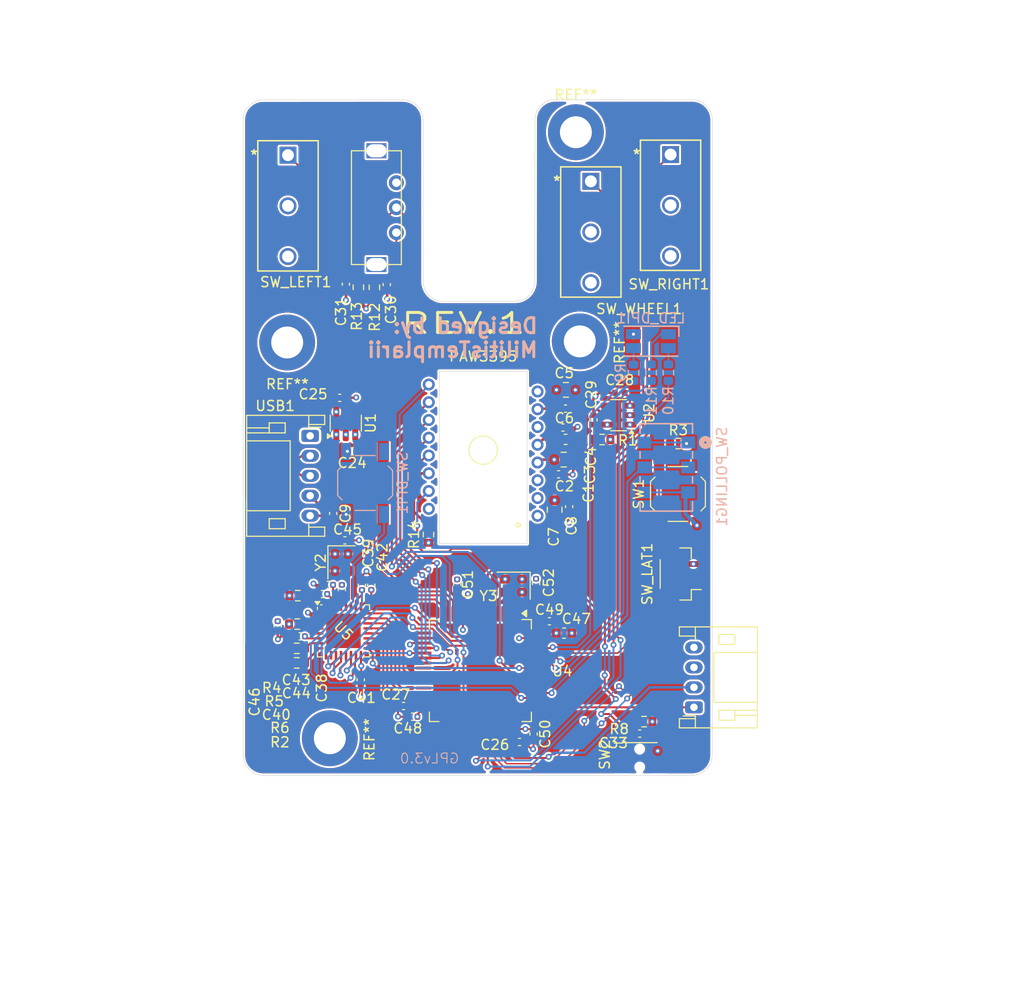
<source format=kicad_pcb>
(kicad_pcb (version 20241229) (generator "pcbnew") (generator_version "9.0")
  (layers (0 "F.Cu" signal) (4 "In1.Cu" power) (6 "In2.Cu" power) (2 "B.Cu" signal) (13 "F.Paste" user) (15 "B.Paste" user) (5 "F.SilkS" user "F.Silkscreen") (7 "B.SilkS" user "B.Silkscreen") (1 "F.Mask" user) (3 "B.Mask" user) (25 "Edge.Cuts" user))
  (net 0 "")
  (net 1 "GND")
  (net 2 "+1V9")
  (net 3 "Net-(PAW3395-VDDREG)")
  (net 4 "+3.3V")
  (net 5 "VBUS")
  (net 6 "SCRLL_UP")
  (net 7 "SCRLL_DWN")
  (net 8 "SWCLK")
  (net 9 "SWDI0")
  (net 10 "Net-(LED_DPI1-BA)")
  (net 11 "Net-(LED_DPI1-GA)")
  (net 12 "Net-(LED_DPI1-RA)")
  (net 14 "MOSI")
  (net 16 "NSS")
  (net 17 "Net-(PAW3395-LED_P)")
  (net 18 "MOTION")
  (net 19 "MISO")
  (net 20 "SCK")
  (net 23 "NRESET")
  (net 24 "LEDDPI_R")
  (net 25 "LEDDPI_G")
  (net 26 "LEDDPI_B")
  (net 27 "SW_DPI")
  (net 28 "SW_LEFT")
  (net 29 "SW_POLL")
  (net 30 "SW_RIGHT")
  (net 31 "SW_WHEEL")
  (net 34 "SW_LAT_FR")
  (net 35 "SW_LAT_BCK")
  (net 38 "Net-(USB1-Pin_5)")
  (net 40 "Net-(U4-VCAP_2)")
  (net 41 "Net-(U4-VCAP_1)")
  (net 42 "Net-(U4-NRST)")
  (net 43 "Net-(U4-BOOT0)")
  (net 44 "STP")
  (net 45 "DATA1")
  (net 46 "DIR")
  (net 52 "CLKOUT")
  (net 56 "DATA4")
  (net 59 "DATA2")
  (net 60 "DATA0")
  (net 61 "DATA6")
  (net 62 "DATA5")
  (net 63 "NXT")
  (net 65 "DATA3")
  (net 66 "Net-(C39-Pad1)")
  (net 67 "Net-(U5-VBUS)")
  (net 68 "Net-(U5-VDDA1.8)")
  (net 69 "USB_D+")
  (net 71 "Net-(U5-XI)")
  (net 78 "DATA7")
  (net 79 "USB_D-")
  (net 80 "RESET")
  (net 82 "Net-(U5-RBIAS)")
  (net 83 "Net-(U4-PH0)")
  (net 88 "Net-(U5-DP)")
  (net 89 "Net-(U5-DM)")
  (footprint "Omron mouse switches:SW_D2FC_OMR" (layer "F.Cu") (at 173.83 75.8)
    (property "Reference" "SW_RIGHT1")
    (property "Value" "SW_SPDT_321")
  )
  (footprint "Resistor_SMD:R_0603_1608Metric" (layer "F.Cu") (at 149.57 113.875 -90)
    (property "Reference" "R14")
    (property "Value" "10k")
  )
  (footprint "Package_TO_SOT_SMD:SOT-23-5" (layer "F.Cu") (at 141.28 102.715 90)
    (property "Reference" "U1")
    (property "Value" "AP2112K-3.3")
  )
  (footprint "Capacitor_SMD:C_0402_1005Metric" (layer "F.Cu") (at 145.39 88.83 90)
    (property "Reference" "C30")
    (property "Value" "100nF")
  )
  (footprint "Omron mouse switches:SW_D2FC_OMR" (layer "F.Cu") (at 165.84 78.48)
    (property "Reference" "SW_WHEEL1")
    (property "Value" "SW_SPDT_321")
  )
  (footprint "MountingHole:MountingHole_3.2mm_M3_DIN965_Pad_TopBottom" (layer "F.Cu") (at 164.73 94.52)
    (property "Reference" "REF**")
    (property "Value" "MountingHole_3.2mm_M3_DIN965_Pad_TopBottom")
  )
  (footprint "Connector_JST:JST_PH_S4B-PH-K_1x04_P2.00mm_Horizontal" (layer "F.Cu") (at 176.17 131.19 90)
    (property "Reference" "debug1" (hide yes))
    (property "Value" "Conn_01x04_Pin")
  )
  (footprint "Capacitor_SMD:C_0402_1005Metric" (layer "F.Cu") (at 134.46 123.04 90)
    (property "Reference" "C46")
    (property "Value" "100nF")
  )
  (footprint "Capacitor_SMD:C_0402_1005Metric" (layer "F.Cu") (at 147.07 131.06)
    (property "Reference" "C27")
    (property "Value" "2.2uF")
  )
  (footprint "Capacitor_SMD:C_0805_2012Metric" (layer "F.Cu") (at 163.12 106.37)
    (property "Reference" "C1")
    (property "Value" "10uF")
  )
  (footprint "Connector_JST:JST_PH_S5B-PH-K_1x05_P2.00mm_Horizontal" (layer "F.Cu") (at 137.71 103.99 -90)
    (property "Reference" "USB1")
    (property "Value" "Conn_01x05_Pin")
  )
  (footprint "Connector_JST:JST_SH_BM03B-SRSS-TB_1x03-1MP_P1.00mm_Vertical" (layer "F.Cu") (at 174.795 117.83 90)
    (property "Reference" "SW_LAT1")
    (property "Value" "Conn_01x03_Pin")
  )
  (footprint "Capacitor_SMD:C_0402_1005Metric" (layer "F.Cu") (at 152.44 118.85 90)
    (property "Reference" "C51")
    (property "Value" "100nF")
  )
  (footprint "Capacitor_SMD:C_0402_1005Metric" (layer "F.Cu") (at 140.89 119.4 90)
    (property "Reference" "C38")
    (property "Value" "100nF")
  )
  (footprint "Button_Switch_SMD:SW_SPST_EVQP7C" (layer "F.Cu") (at 170.736 136.28)
    (property "Reference" "SW2")
    (property "Value" "SW_Push")
  )
  (footprint "Package_TO_SOT_SMD:SOT-23-5" (layer "F.Cu") (at 168.6162 101.915 180)
    (property "Reference" "U2")
    (property "Value" "TLV75519PDBV")
  )
  (footprint "Capacitor_SMD:C_0603_1608Metric" (layer "F.Cu") (at 163.155 123.755)
    (property "Reference" "C47")
    (property "Value" "4,7uF")
  )
  (footprint "Package_QFP:LQFP-64_10x10mm_P0.5mm" (layer "F.Cu") (at 154.77 127.505 -90)
    (property "Reference" "U4")
    (property "Value" "STM32F215RGTx")
  )
  (footprint "Capacitor_SMD:C_0402_1005Metric" (layer "F.Cu") (at 141.19 114.46 180)
    (property "Reference" "C45")
    (property "Value" "100nf")
  )
  (footprint "Capacitor_SMD:C_0402_1005Metric" (layer "F.Cu") (at 160.1 133.865 -90)
    (property "Reference" "C50")
    (property "Value" "100nF")
  )
  (footprint "Resistor_SMD:R_0603_1608Metric" (layer "F.Cu") (at 174.605 104.76 180)
    (property "Reference" "R3")
    (property "Value" "10kΩ")
  )
  (footprint "MountingHole:MountingHole_3.2mm_M3_DIN965_Pad_TopBottom" (layer "F.Cu") (at 164.34 73.56)
    (property "Reference" "REF**")
    (property "Value" "MountingHole_3.2mm_M3_DIN965_Pad_TopBottom")
  )
  (footprint "Resistor_SMD:R_0603_1608Metric" (layer "F.Cu") (at 136.375 125.28)
    (property "Reference" "R6")
    (property "Value" "22")
  )
  (footprint "Package_DFN_QFN:QFN-32-1EP_5x5mm_P0.5mm_EP3.45x3.45mm" (layer "F.Cu") (at 141.05 123.53)
    (property "Reference" "U5")
    (property "Value" "USB3300-EZK")
  )
  (footprint "Resistor_SMD:R_0603_1608Metric" (layer "F.Cu") (at 171.175 132.624 180)
    (property "Reference" "R8")
    (property "Value" "10kΩ" (hide yes))
  )
  (footprint "Capacitor_SMD:C_0402_1005Metric" (layer "F.Cu") (at 163.67 111.08 -90)
    (property "Reference" "C8")
    (property "Value" "100nF")
  )
  (footprint "Omron mouse switches:Encoder_Kailh_Wheel_3Pin" (layer "F.Cu") (at 144.35 81.12 180)
    (property "Reference" "SCROLL1" (hide yes))
    (property "Value" "RotaryEncoder")
  )
  (footprint "Capacitor_SMD:C_0402_1005Metric" (layer "F.Cu") (at 147.98 132.135 180)
    (property "Reference" "C48")
    (property "Value" "100nF")
  )
  (footprint "Capacitor_SMD:C_0402_1005Metric" (layer "F.Cu") (at 138.94 119.84 180)
    (property "Reference" "C44")
    (property "Value" "100nF")
  )
  (footprint "Capacitor_SMD:C_0402_1005Metric" (layer "F.Cu") (at 163.3 101.26)
    (property "Reference" "C6")
    (property "Value" "100nF")
  )
  (footprint "MountingHole:MountingHole_3.2mm_M3_DIN965_Pad_TopBottom" (layer "F.Cu") (at 139.68 134.29)
    (property "Reference" "REF**")
    (property "Value" "MountingHole_3.2mm_M3_DIN965_Pad_TopBottom")
  )
  (footprint "Capacitor_SMD:C_0402_1005Metric" (layer "F.Cu") (at 139.52 118.92 180)
    (property "Reference" "C43")
    (property "Value" "100nF")
  )
  (footprint "Capacitor_SMD:C_0402_1005Metric" (layer "F.Cu") (at 142.9 118.95 90)
    (property "Reference" "C39")
    (property "Value" "100nF")
  )
  (footprint "MountingHole:MountingHole_3.2mm_M3_DIN965_Pad_TopBottom" (layer "F.Cu") (at 135.41 94.63)
    (property "Reference" "REF**")
    (property "Value" "MountingHole_3.2mm_M3_DIN965_Pad_TopBottom")
  )
  (footprint "Capacitor_SMD:C_0402_1005Metric" (layer "F.Cu") (at 136.7 124.08 180)
    (property "Reference" "C40")
    (property "Value" "100nF")
  )
  (footprint "Omron mouse switches:SW_D2FC_OMR" (layer "F.Cu") (at 135.49 75.86)
    (property "Reference" "SW_LEFT1")
    (property "Value" "SW_SPDT_321")
  )
  (footprint "Oscillator:Oscillator_SMD_SeikoEpson_SG210-4Pin_2.5x2.0mm" (layer "F.Cu") (at 158.1 119 180)
    (property "Reference" "Y3")
    (property "Value" "SG-210SCD")
  )
  (footprint "Resistor_SMD:R_0603_1608Metric" (layer "F.Cu") (at 136.465 120 180)
    (property "Reference" "R4")
    (property "Value" "12kΩ")
  )
  (footprint "Capacitor_SMD:C_0402_1005Metric" (layer "F.Cu") (at 170.74 133.824 180)
    (property "Reference" "C33")
    (property "Value" "100nF")
  )
  (footprint "Capacitor_SMD:C_0402_1005Metric" (layer "F.Cu") (at 140.67 100.175)
    (property "Reference" "C25")
    (property "Value" "1 µF")
  )
  (footprint "Oscillator:Oscillator_SMD_SeikoEpson_SG210-4Pin_2.5x2.0mm" (layer "F.Cu") (at 140.85 116.67 -90)
    (property "Reference" "Y2")
    (property "Value" "SG-210SCD")
  )
  (footprint "Button_Switch_SMD:SW_SPST_TL3342" (layer "F.Cu") (at 174.57 109.81 -90)
    (property "Reference" "SW1")
    (property "Value" "SW_Push")
  )
  (footprint "PAW3395:PAW3395_LGA16_fixed" (layer "F.Cu") (at 155.05 105.42 180)
    (property "Reference" "PAW3395")
    (property "Value" "~")
  )
  (footprint "Capacitor_SMD:C_0402_1005Metric" (layer "F.Cu") (at 141.29 88.79 90)
    (property "Reference" "C31")
    (property "Value" "100nF")
  )
  (footprint "Resistor_SMD:R_0603_1608Metric" (layer "F.Cu") (at 144.15 89.105 90)
    (property "Reference" "R12")
    (property "Value" "10 kΩ")
  )
  (footprint "Capacitor_SMD:C_0402_1005Metric" (layer "F.Cu") (at 162.61 107.84)
    (property "Reference" "C2")
    (property "Value" "100nF")
  )
  (footprint "Resistor_SMD:R_0603_1608Metric" (layer "F.Cu") (at 136.42 122.85)
    (property "Reference" "R5")
    (property "Value" "820Ω")
  )
  (footprint "Capacitor_SMD:C_0402_1005Metric" (layer "F.Cu") (at 160.35 118.785 -90)
    (property "Reference" "C52")
    (property "Value" "100nf")
  )
  (footprint "Resistor_SMD:R_0603_1608Metric" (layer "F.Cu") (at 136.37 126.74)
    (property "Reference" "R2")
    (property "Value" "22")
  )
  (footprint "Capacitor_SMD:C_0603_1608Metric" (layer "F.Cu") (at 163.305 104.34)
    (property "Reference" "C3")
    (property "Value" "4,7uF")
  )
  (footprint "Capacitor_SMD:C_0402_1005Metric" (layer "F.Cu") (at 161.69 122.565)
    (property "Reference" "C49")
    (property "Value" "100nF")
  )
  (footprint "Resistor_SMD:R_0603_1608Metric" (layer "F.Cu") (at 166.9687 104.355 180)
    (property "Reference" "R1")
    (property "Value" "5,6")
  )
  (footprint "Capacitor_SMD:C_0402_1005Metric" (layer "F.Cu") (at 158.69 134.665)
    (property "Reference" "C26")
    (property "Value" "2.2uF")
  )
  (footprint "Capacitor_SMD:C_0402_1005Metric" (layer "F.Cu") (at 143.84 118.94 90)
    (property "Reference" "C42")
    (property "Value" "100nF")
  )
  (footprint "Capacitor_SMD:C_0402_1005Metric" (layer "F.Cu") (at 140.02 111.765 90)
    (property "Reference" "C9")
    (property "Value" "100nF")
  )
  (footprint "Resistor_SMD:R_0603_1608Metric" (layer "F.Cu") (at 142.54 89.095 90)
    (property "Reference" "R13")
    (property "Value" "10 kΩ")
  )
  (footprint "Capacitor_SMD:C_0402_1005Metric" (layer "F.Cu") (at 142.78 128.43 -90)
    (property "Reference" "C41")
    (property "Value" "100nF")
  )
  (footprint "Capacitor_SMD:C_0805_2012Metric" (layer "F.Cu") (at 162.21 111.39 -90)
    (property "Reference" "C7")
    (property "Value" "10uF")
  )
  (footprint "Capacitor_SMD:C_0402_1005Metric" (layer "F.Cu") (at 166.1 102.38 90)
    (property "Reference" "C29")
    (property "Value" "1 µF")
  )
  (footprint "Capacitor_SMD:C_0402_1005Metric" (layer "F.Cu") (at 168.7337 99.675 180)
    (property "Reference" "C28")
    (property "Value" "1 µF")
  )
  (footprint "Capacitor_SMD:C_0805_2012Metric" (layer "F.Cu") (at 163.34 99.38)
    (property "Reference" "C5")
    (property "Value" "10uF")
  )
  (footprint "Capacitor_SMD:C_0402_1005Metric" (layer "F.Cu") (at 141.92 105.54 180)
    (property "Reference" "C24")
    (property "Value" "1 µF")
  )
  (footprint "Capacitor_SMD:C_0402_1005Metric" (layer "F.Cu") (at 163.04 103.15)
    (property "Reference" "C4")
    (property "Value" "100nF")
  )
  (footprint "Resistor_SMD:R_0603_1608Metric" (layer "B.Cu") (at 173.61 97.65 90)
    (property "Reference" "R10")
    (property "Value" "330 Ω")
  )
  (footprint "LED_SMD:LED_RGB_1210" (layer "B.Cu") (at 171.86 94.5 180)
    (property "Reference" "LED_DPI1")
    (property "Value" "LED_dpi")
  )
  (footprint "Resistor_SMD:R_0603_1608Metric" (layer "B.Cu") (at 170.12 97.67 90)
    (property "Reference" "R9")
    (property "Value" "220 Ω")
  )
  (footprint "Resistor_SMD:R_0603_1608Metric" (layer "B.Cu") (at 171.88 97.65 90)
    (property "Reference" "R11")
    (property "Value" "100 Ω")
  )
  (footprint "Sw_slide:SSSS213202_AAL" (layer "B.Cu") (at 173.4 107.15 180)
    (property "Reference" "SW_POLLING1")
    (property "Value" "SSSS213202")
  )
  (footprint "Button_Switch_SMD:SW_SPST_TL3342" (layer "B.Cu") (at 143.22 108.71 90)
    (property "Reference" "SW_DPI1")
    (property "Value" "SW_Push")
  )
  (gr_arc (start 175.998013 70.313861) (mid 177.416182 70.900051) (end 178.003778 72.317638) (stroke (width 0.05)) (layer "Edge.Cuts"))
  (gr_line (start 158.19574 90.499976) (end 151.052001 90.500346) (stroke (width 0.05)) (layer "Edge.Cuts"))
  (gr_line (start 177.99982 135.998) (end 178.003778 72.317638) (stroke (width 0.05)) (layer "Edge.Cuts"))
  (gr_line (start 162.260001 70.308239) (end 175.998013 70.313861) (stroke (width 0.05)) (layer "Edge.Cuts"))
  (gr_arc (start 133.001983 137.999999) (mid 131.586487 137.414914) (end 131 135.999999) (stroke (width 0.05)) (layer "Edge.Cuts"))
  (gr_arc (start 178 135.998) (mid 177.414921 137.413507) (end 176 138.000001) (stroke (width 0.05)) (layer "Edge.Cuts"))
  (gr_line (start 150.85 114.78) (end 150.65 114.78) (stroke (width 0.05)) (layer "Edge.Cuts"))
  (gr_line (start 159.45 97.52) (end 150.65 97.51) (stroke (width 0.05)) (layer "Edge.Cuts"))
  (gr_line (start 131 135.999999) (end 131.000001 72.340215) (stroke (width 0.05)) (layer "Edge.Cuts"))
  (gr_arc (start 160.236344 88.483777) (mid 159.637167 89.918099) (end 158.19574 90.499975) (stroke (width 0.05)) (layer "Edge.Cuts"))
  (gr_line (start 149.032097 88.495417) (end 149.027984 72.337638) (stroke (width 0.05)) (layer "Edge.Cuts"))
  (gr_arc (start 147.007999 70.319654) (mid 148.436223 70.91) (end 149.027984 72.337638) (stroke (width 0.05)) (layer "Edge.Cuts"))
  (gr_line (start 150.65 97.51) (end 150.65 114.78) (stroke (width 0.05)) (layer "Edge.Cuts"))
  (gr_line (start 176 137.99882) (end 133.001983 138.00118) (stroke (width 0.05)) (layer "Edge.Cuts"))
  (gr_arc (start 131 72.340215) (mid 131.588011 70.917643) (end 133.01 70.328223) (stroke (width 0.05)) (layer "Edge.Cuts"))
  (gr_line (start 159.45 114.78) (end 159.45 97.52) (stroke (width 0.05)) (layer "Edge.Cuts"))
  (gr_line (start 150.85 114.78) (end 159.45 114.78) (stroke (width 0.05)) (layer "Edge.Cuts"))
  (gr_line (start 147.007999 70.319654) (end 133.01 70.328199) (stroke (width 0.05)) (layer "Edge.Cuts"))
  (gr_line (start 160.242017 72.328224) (end 160.236344 88.4838) (stroke (width 0.05)) (layer "Edge.Cuts"))
  (gr_arc (start 151.052001 90.500345) (mid 149.628403 89.914605) (end 149.032059 88.495417) (stroke (width 0.05)) (layer "Edge.Cuts"))
  (gr_arc (start 160.242017 72.328224) (mid 160.832363 70.9) (end 162.260001 70.308239) (stroke (width 0.05)) (layer "Edge.Cuts"))
  (gr_text "REV.1" (at 146.57 93.88 0) (layer "F.SilkS") (effects (font (size 2 3) (thickness 0.3)) (justify left bottom)))
  (gr_text "Designed by: \nMilitisTemplarii" (at 160.67 96.26 0) (layer "B.SilkS") (effects (font (size 1.5 1.5) (thickness 0.3) (bold yes)) (justify left bottom mirror)))
  (gr_text "GPLv3.0\n" (at 152.72 136.9 0) (layer "B.SilkS") (effects (font (size 1 1) (thickness 0.1)) (justify left bottom mirror)))
  (segment (start 138.17 118.92) (end 138.04 118.79) (width 0.2) (layer "F.Cu") (net 1))
  (segment (start 146.52 131.13) (end 146.59 131.06) (width 0.2) (layer "F.Cu") (net 1))
  (segment (start 143.84 118.46) (end 143.84 118.04) (width 0.2) (layer "F.Cu") (net 1))
  (segment (start 151.75 125.53) (end 151.66 125.44) (width 0.2) (layer "F.Cu") (net 1))
  (segment (start 169.484 135.56) (end 171.22 133.824) (width 0.2) (layer "F.Cu") (net 1))
  (segment (start 138.46 119.21) (end 138.04 118.79) (width 0.2) (layer "F.Cu") (net 1))
  (segment (start 163.09 107.84) (end 163.12 107.87) (width 0.25) (layer "F.Cu") (net 1))
  (segment (start 138.07 122.28) (end 137.49 121.7) (width 0.25) (layer "F.Cu") (net 1))
  (segment (start 159.88 135.375) (end 160.05 135.375) (width 0.2) (layer "F.Cu") (net 1))
  (segment (start 141.67 114.46) (end 142.6 114.46) (width 0.2) (layer "F.Cu") (net 1))
  (segment (start 141.3 89.28) (end 141.29 89.27) (width 0.4) (layer "F.Cu") (net 1))
  (segment (start 147.5 132.135) (end 146.535 132.135) (width 0.2) (layer "F.Cu") (net 1))
  (segment (start 158.665 124.255) (end 158.65 124.27) (width 0.2) (layer "F.Cu") (net 1))
  (segment (start 164.08 104.34) (end 164.08 103.51) (width 0.25) (layer "F.Cu") (net 1))
  (segment (start 142.6 114.46) (end 142.61 114.45) (width 0.2) (layer "F.Cu") (net 1))
  (segment (start 160.445 124.255) (end 158.665 124.255) (width 0.2) (layer "F.Cu") (net 1))
  (segment (start 160.1 134.345) (end 160.1 135.325) (width 0.2) (layer "F.Cu") (net 1))
  (segment (start 166.1 101.9) (end 166.1 100.24) (width 0.25) (layer "F.Cu") (net 1))
  (segment (start 143.84 118.04) (end 143.36 117.56) (width 0.2) (layer "F.Cu") (net 1))
  (segment (start 139.8 122.28) (end 141.05 123.53) (width 0.2) (layer "F.Cu") (net 1))
  (segment (start 151.42 125.44) (end 150.235 124.255) (width 0.2) (layer "F.Cu") (net 1))
  (segment (start 146.535 132.135) (end 146.52 132.12) (width 0.2) (layer "F.Cu") (net 1))
  (segment (start 162.74 122.565) (end 163.93 123.755) (width 0.25) (layer "F.Cu") (net 1))
  (segment (start 139.005 111.285) (end 137.71 109.99) (width 0.25) (layer "F.Cu") (net 1))
  (segment (start 145.43 89.35) (end 145.39 89.31) (width 0.4) (layer "F.Cu") (net 1))
  (segment (start 134.77 124.08) (end 134.48 124.37) (width 0.25) (layer "F.Cu") (net 1))
  (segment (start 171.22 134.244) (end 172.536 135.56) (width 0.4) (layer "F.Cu") (net 1))
  (segment (start 142.79 130.14) (end 142.79 128.92) (width 0.4) (layer "F.Cu") (net 1))
  (segment (start 164.07 106.37) (end 164.07 107.82) (width 0.25) (layer "F.Cu") (net 1))
  (segment (start 141.15 100.175) (end 142.285 100.175) (width 0.25) (layer "F.Cu") (net 1))
  (segment (start 168.936 135.56) (end 169.484 135.56) (width 0.2) (layer "F.Cu") (net 1))
  (segment (start 171.22 133.824) (end 171.22 134.244) (width 0.4) (layer "F.Cu") (net 1))
  (segment (start 163.67 111.56) (end 163.67 112.67) (width 0.25) (layer "F.Cu") (net 1))
  (segment (start 166.665 99.675) (end 166.31 100.03) (width 0.25) (layer "F.Cu") (net 1))
  (segment (start 164.44 103.15) (end 164.51 103.08) (width 0.25) (layer "F.Cu") (net 1))
  (segment (start 151.66 125.44) (end 151.42 125.44) (width 0.2) (layer "F.Cu") (net 1))
  (segment (start 162.17 122.565) (end 162.74 122.565) (width 0.25) (layer "F.Cu") (net 1))
  (segment (start 163.78 99.89) (end 164.29 99.38) (width 0.25) (layer "F.Cu") (net 1))
  (segment (start 163.67 112.67) (end 163.69 112.69) (width 0.25) (layer "F.Cu") (net 1))
  (segment (start 137.57 121.78) (end 137.49 121.7) (width 0.25) (layer "F.Cu") (net 1))
  (segment (start 142.9 118.02) (end 143.36 117.56) (width 0.2) (layer "F.Cu") (net 1))
  (segment (start 138.6125 122.28) (end 138.07 122.28) (width 0.25) (layer "F.Cu") (net 1))
  (segment (start 164.07 107.82) (end 164.02 107.87) (width 0.25) (layer "F.Cu") (net 1))
  (segment (start 150.235 124.255) (end 149.095 124.255) (width 0.2) (layer "F.Cu") (net 1))
  (segment (start 138.46 119.84) (end 138.46 119.21) (width 0.2) (layer "F.Cu") (net 1))
  (segment (start 146.52 132.12) (end 146.52 131.13) (width 0.2) (layer "F.Cu") (net 1))
  (segment (start 163.12 107.87) (end 164.02 107.87) (width 0.25) (layer "F.Cu") (net 1))
  (segment (start 142.79 128.92) (end 142.78 128.91) (width 0.4) (layer "F.Cu") (net 1))
  (segment (start 163.78 101.26) (end 163.78 99.89) (width 0.25) (layer "F.Cu") (net 1))
  (segment (start 142.285 100.175) (end 142.32 100.14) (width 0.25) (layer "F.Cu") (net 1))
  (segment (start 164.08 103.51) (end 164.51 103.08) (width 0.25) (layer "F.Cu") (net 1))
  (segment (start 159.17 134.665) (end 159.88 135.375) (width 0.2) (layer "F.Cu") (net 1))
  (segment (start 139.04 118.92) (end 138.17 118.92) (width 0.2) (layer "F.Cu") (net 1))
  (segment (start 141.3 90.39) (end 141.3 89.28) (width 0.25) (layer "F.Cu") (net 1))
  (segment (start 140.02 111.285) (end 139.005 111.285) (width 0.25) (layer "F.Cu") (net 1))
  (segment (start 162.21 112.34) (end 163.34 112.34) (width 0.25) (layer "F.Cu") (net 1))
  (segment (start 145.43 90.27) (end 145.43 89.35) (width 0.25) (layer "F.Cu") (net 1))
  (segment (start 160.1 135.325) (end 160.05 135.375) (width 0.2) (layer "F.Cu") (net 1))
  (segment (start 138.6125 122.28) (end 139.8 122.28) (width 0.2) (layer "F.Cu") (net 1))
  (segment (start 142.9 118.47) (end 142.9 118.02) (width 0.2) (layer "F.Cu") (net 1))
  (segment (start 166.1 100.24) (end 166.31 100.03) (width 0.25) (layer "F.Cu") (net 1))
  (segment (start 151.75 125.67) (end 151.75 125.53) (width 0.2) (layer "F.Cu") (net 1))
  (segment (start 163.34 112.34) (end 163.69 112.69) (width 0.25) (layer "F.Cu") (net 1))
  (segment (start 163.52 103.15) (end 164.44 103.15) (width 0.25) (layer "F.Cu") (net 1))
  (segment (start 153.02 121.83) (end 153.02 123.43) (width 0.2) (layer "F.Cu") (net 1))
  (segment (start 134.46 124.35) (end 134.48 124.37) (width 0.15) (layer "F.Cu") (net 1))
  (segment (start 168.2537 99.675) (end 166.665 99.675) (width 0.25) (layer "F.Cu") (net 1))
  (segment (start 134.46 123.52) (end 134.46 124.35) (width 0.25) (layer "F.Cu") (net 1))
  (segment (start 138.6125 121.78) (end 137.57 121.78) (width 0.25) (layer "F.Cu") (net 1))
  (segment (start 136.22 124.08) (end 134.77 124.08) (width 0.25) (layer "F.Cu") (net 1))
  (via (at 151.75 125.67) (size 0.6) (drill 0.3) (layers "F.Cu" "B.Cu") (net 1))
  (via (at 141.3 90.39) (size 0.6) (drill 0.3) (layers "F.Cu" "B.Cu") (net 1))
  (via (at 166.31 100.03) (size 0.6) (drill 0.3) (layers "F.Cu" "B.Cu") (net 1))
  (via (at 143.36 117.56) (size 0.6) (drill 0.3) (layers "F.Cu" "B.Cu") (net 1))
  (via (at 157.25 118.35) (size 0.6) (drill 0.3) (layers "F.Cu" "B.Cu") (net 1))
  (via (at 137.49 121.7) (size 0.6) (drill 0.3) (layers "F.Cu" "B.Cu") (net 1))
  (via (at 141.32 111.859999) (size 0.6) (drill 0.3) (layers "F.Cu" "B.Cu") (net 1))
  (via (at 163.93 123.755) (size 0.6) (drill 0.3) (layers "F.Cu" "B.Cu") (net 1))
  (via (at 176.47 112.959999) (size 0.6) (drill 0.3) (layers "F.Cu" "B.Cu") (net 1))
  (via (at 141.28 103.8525) (size 0.6) (drill 0.3) (layers "F.Cu" "B.Cu") (net 1))
  (via (at 164.02 107.87) (size 0.6) (drill 0.3) (layers "F.Cu" "B.Cu") (net 1))
  (via (at 172.536 135.56) (size 0.6) (drill 0.3) (layers "F.Cu" "B.Cu") (net 1))
  (via (at 145.43 90.27) (size 0.6) (drill 0.3) (layers "F.Cu" "B.Cu") (net 1))
  (via (at 142.32 100.14) (size 0.6) (drill 0.3) (layers "F.Cu" "B.Cu") (net 1))
  (via (at 141.44 105.54) (size 0.6) (drill 0.3) (layers "F.Cu" "B.Cu") (net 1))
  (via (at 142.61 114.45) (size 0.6) (drill 0.3) (layers "F.Cu" "B.Cu") (net 1))
  (via (at 152.44 118.37) (size 0.6) (drill 0.3) (layers "F.Cu" "B.Cu") (net 1))
  (via (at 164.51 103.08) (size 0.6) (drill 0.3) (layers "F.Cu" "B.Cu") (net 1))
  (via (at 134.48 124.37) (size 0.6) (drill 0.3) (layers "F.Cu" "B.Cu") (net 1))
  (via (at 140.89 118.92) (size 0.6) (drill 0.3) (layers "F.Cu" "B.Cu") (net 1))
  (via (at 163.69 112.69) (size 0.6) (drill 0.3) (layers "F.Cu" "B.Cu") (net 1))
  (via (at 160.05 135.375) (size 0.6) (drill 0.3) (layers "F.Cu" "B.Cu") (net 1))
  (via (at 140.2 117.52) (size 0.6) (drill 0.3) (layers "F.Cu" "B.Cu") (net 1))
  (via (at 169.7537 101.915) (size 0.6) (drill 0.3) (layers "F.Cu" "B.Cu") (net 1))
  (via (at 138.04 118.79) (size 0.6) (drill 0.3) (layers "F.Cu" "B.Cu") (net 1))
  (via (at 158.65 124.27) (size 0.6) (drill 0.3) (layers "F.Cu" "B.Cu") (net 1))
  (via (at 176.12 116.83) (size 0.6) (drill 0.3) (layers "F.Cu" "B.Cu") (net 1))
  (via (at 135.64 120) (size 0.6) (drill 0.3) (layers "F.Cu" "B.Cu") (net 1))
  (via (at 170.11 93.8) (size 0.6) (drill 0.3) (layers "F.Cu" "B.Cu") (net 1))
  (via (at 153.02 123.43) (size 0.6) (drill 0.3) (layers "F.Cu" "B.Cu") (net 1))
  (via (at 164.29 99.38) (size 0.6) (drill 0.3) (layers "F.Cu" "B.Cu") (net 1))
  (via (at 146.52 132.12) (size 0.6) (drill 0.3) (layers "F.Cu" "B.Cu") (net 1))
  (via (at 142.79 130.14) (size 0.6) (drill 0.3) (layers "F.Cu" "B.Cu") (net 1))
  (via (at 160.35 118.305) (size 0.6) (drill 0.3) (layers "F.Cu" "B.Cu") (net 1))
  (segment (start 175.32 111.809999) (end 176.47 112.959999) (width 0.4) (layer "B.Cu") (net 1))
  (segment (start 175.32 109.93) (end 175.32 111.809999) (width 0.4) (layer "B.Cu") (net 1))
  (segment (start 171.199998 109.65) (end 175.600002 109.65) (width 0.2) (layer "B.Cu") (net 1))
  (segment (start 163.51 110.44) (end 163.67 110.6) (width 0.25) (layer "F.Cu") (net 2))
  (segment (start 160.79 106.37) (end 160.5 106.66) (width 0.25) (layer "F.Cu") (net 2))
  (segment (start 162.17 106.37) (end 162.17 107.8) (width 0.25) (layer "F.Cu") (net 2))
  (segment (start 162.21 110.44) (end 163.51 110.44) (width 0.25) (layer "F.Cu") (net 2))
  (segment (start 162.17 106.37) (end 160.79 106.37) (width 0.25) (layer "F.Cu") (net 2))
  (segment (start 166.105 102.865) (end 166.1 102.86) (width 0.15) (layer "F.Cu") (net 2))
  (segment (start 162.17 107.8) (end 162.13 107.84) (width 0.25) (layer "F.Cu") (net 2))
  (segment (start 167.4787 102.865) (end 166.105 102.865) (width 0.3) (layer "F.Cu") (net 2))
  (via (at 167.4787 102.865) (size 0.6) (drill 0.3) (layers "F.Cu" "B.Cu") (net 2))
  (via (at 162.17 106.37) (size 0.6) (drill 0.3) (layers "F.Cu" "B.Cu") (net 2))
  (via (at 162.21 110.44) (size 0.6) (drill 0.3) (layers "F.Cu" "B.Cu") (net 2))
  (via (at 167.7937 104.355) (size 0.6) (drill 0.3) (layers "F.Cu" "B.Cu") (net 2))
  (segment (start 162.53 103.18) (end 162.56 103.15) (width 0.25) (layer "F.Cu") (net 3))
  (segment (start 161.04 104.34) (end 160.5 104.88) (width 0.25) (layer "F.Cu") (net 3))
  (segment (start 162.53 104.34) (end 162.53 103.18) (width 0.25) (layer "F.Cu") (net 3))
  (segment (start 162.53 104.34) (end 161.04 104.34) (width 0.25) (layer "F.Cu") (net 3))
  (segment (start 143.85 119.43) (end 143.84 119.42) (width 0.15) (layer "F.Cu") (net 4))
  (segment (start 142.8 121.0925) (end 143.84 120.0525) (width 0.2) (layer "F.Cu") (net 4))
  (segment (start 138.6125 124.28) (end 137.38 124.28) (width 0.2) (layer "F.Cu") (net 4))
  (segment (start 159.965 119.65) (end 160.35 119.265) (width 0.15) (layer "F.Cu") (net 4))
  (segment (start 142.8 125.9675) (end 142.8575 125.9675) (width 0.2) (layer "F.Cu") (net 4))
  (segment (start 148.46 132.125) (end 148.46 131.889999) (width 0.2) (layer "F.Cu") (net 4))
  (segment (start 158.95 119.65) (end 159.965 119.65) (width 0.15) (layer "F.Cu") (net 4))
  (segment (start 147.855 124.755) (end 147.71 124.9) (width 0.2) (layer "F.Cu") (net 4))
  (segment (start 140.330001 100.315001) (end 140.19 100.175) (width 0.25) (layer "F.Cu") (net 4))
  (segment (start 140.330001 101.5775) (end 140.330001 100.315001) (width 0.25) (layer "F.Cu") (net 4))
  (segment (start 169.7537 100.215) (end 169.2137 99.675) (width 0.2) (layer "F.Cu") (net 4))
  (segment (start 143.32 91.24) (end 142.54 90.46) (width 0.4) (layer "F.Cu") (net 4))
  (segment (start 152.52 120.84) (end 152.52 119.41) (width 0.2) (layer "F.Cu") (net 4))
  (segment (start 152.52 121.83) (end 152.52 120.84) (width 0.2) (layer "F.Cu") (net 4))
  (segment (start 148.46 131.889999) (end 149.095 131.254999) (width 0.2) (layer "F.Cu") (net 4))
  (segment (start 158.704999 133.365) (end 158.519999 133.18) (width 0.2) (layer "F.Cu") (net 4))
  (segment (start 143.84 120.0525) (end 143.84 119.42) (width 0.2) (layer "F.Cu") (net 4))
  (segment (start 159.28 133.365) (end 158.704999 133.365) (width 0.2) (layer "F.Cu") (net 4))
  (segment (start 162.82 101.26) (end 160.56 101.26) (width 0.25) (layer "F.Cu") (net 4))
  (segment (start 162.82 101.26) (end 162.82 99.81) (width 0.25) (layer "F.Cu") (net 4))
  (segment (start 161.21 122.885) (end 161.21 122.565) (width 0.25) (layer "F.Cu") (net 4))
  (segment (start 142.8 125.9675) (end 142.8 127.02) (width 0.2) (layer "F.Cu") (net 4))
  (segment (start 160.56 101.26) (end 160.5 101.32) (width 0.25) (layer "F.Cu") (net 4))
  (segment (start 140.2 114.97) (end 140.71 114.46) (width 0.2) (layer "F.Cu") (net 4))
  (segment (start 160.445 123.65) (end 161.21 122.885) (width 0.2) (layer "F.Cu") (net 4))
  (segment (start 160.445 123.755001) (end 160.445 123.65) (width 0.2) (layer "F.Cu") (net 4))
  (segment (start 139.8 120.22) (end 139.42 119.84) (width 0.2) (layer "F.Cu") (net 4))
  (segment (start 140 119.94) (end 140 118.92) (width 0.2) (layer "F.Cu") (net 4))
  (segment (start 162.08 123.755) (end 161.21 122.885) (width 0.25) (layer "F.Cu") (net 4))
  (segment (start 162.82 99.81) (end 162.39 99.38) (width 0.25) (layer "F.Cu") (net 4))
  (segment (start 142.8 127.02) (end 142.83 127.05) (width 0.2) (layer "F.Cu") (net 4))
  (segment (start 148.46 132.135) (end 148.46 132.125) (width 0.2) (layer "F.Cu") (net 4))
  (segment (start 142.83 127.9) (end 142.78 127.95) (width 0.2) (layer "F.Cu") (net 4))
  (segment (start 137.38 124.28) (end 137.18 124.08) (width 0.2) (layer "F.Cu") (net 4))
  (segment (start 162.38 123.755) (end 162.08 123.755) (width 0.25) (layer "F.Cu") (net 4))
  (segment (start 169.7537 100.965) (end 169.7537 100.215) (width 0.2) (layer "F.Cu") (net 4))
  (segment (start 147.71 124.9) (end 147.85 124.9) (width 0.15) (layer "F.Cu") (net 4))
  (segment (start 144.15 90.41) (end 144.15 89.93) (width 0.4) (layer "F.Cu") (net 4))
  (segment (start 143.32 91.24) (end 144.15 90.41) (width 0.4) (layer "F.Cu") (net 4))
  (segment (start 153.52 119.84) (end 152.52 120.84) (width 0.2) (layer "F.Cu") (net 4))
  (segment (start 142.54 90.46) (end 142.54 89.92) (width 0.4) (layer "F.Cu") (net 4))
  (segment (start 140.3 120.24) (end 140.3 121.0925) (width 0.2) (layer "F.Cu") (net 4))
  (segment (start 160.1 133.385) (end 159.3 133.385) (width 0.2) (layer "F.Cu") (net 4))
  (segment (start 140.16 119.08) (end 140 118.92) (width 0.15) (layer "F.Cu") (net 4))
  (segment (start 159.3 133.385) (end 159.28 133.365) (width 0.2) (layer "F.Cu") (net 4))
  (segment (start 140.3 120.24) (end 140 119.94) (width 0.2) (layer "F.Cu") (net 4))
  (segment (start 140.2 115.82) (end 140.2 114.97) (width 0.2) (layer "F.Cu") (net 4))
  (segment (start 149.095 124.755) (end 147.855 124.755) (width 0.2) (layer "F.Cu") (net 4))
  (segment (start 139.8 121.0925) (end 139.8 120.22) (width 0.2) (layer "F.Cu") (net 4))
  (segment (start 142.83 127.05) (end 142.83 127.9) (width 0.2) (layer "F.Cu") (net 4))
  (segment (start 142.78 127.1) (end 142.83 127.05) (width 0.15) (layer "F.Cu") (net 4))
  (segment (start 152.52 119.41) (end 152.44 119.33) (width 0.2) (layer "F.Cu") (net 4))
  (via (at 162.39 99.38) (size 0.6) (drill 0.3) (layers "F.Cu" "B.Cu") (net 4))
  (via (at 159.28 133.365) (size 0.6) (drill 0.3) (layers "F.Cu" "B.Cu") (net 4))
  (via (at 169.7537 100.965) (size 0.6) (drill 0.3) (layers "F.Cu" "B.Cu") (net 4))
  (via (at 141.5 115.82) (size 0.6) (drill 0.3) (layers "F.Cu" "B.Cu") (net 4))
  (via (at 175.43 104.76) (size 0.6) (drill 0.3) (layers "F.Cu" "B.Cu") (net 4))
  (via (at 137.18 124.08) (size 0.6) (drill 0.3) (layers "F.Cu" "B.Cu") (net 4))
  (via (at 158.95 119.65) (size 0.6) (drill 0.3) (layers "F.Cu" "B.Cu") (net 4))
  (via (at 140 118.92) (size 0.6) (drill 0.3) (layers "F.Cu" "B.Cu") (net 4))
  (via (at 142.83 127.05) (size 0.6) (drill 0.3) (layers "F.Cu" "B.Cu") (net 4))
  (via (at 140.2 115.82) (size 0.6) (drill 0.3) (layers "F.Cu" "B.Cu") (net 4))
  (via (at 143.32 91.24) (size 0.6) (drill 0.3) (layers "F.Cu" "B.Cu") (net 4))
  (via (at 153.52 119.84) (size 0.6) (drill 0.3) (layers "F.Cu" "B.Cu") (net 4))
  (via (at 140.330001 101.5775) (size 0.6) (drill 0.3) (layers "F.Cu" "B.Cu") (net 4))
  (via (at 169.7537 102.865) (size 0.6) (drill 0.3) (layers "F.Cu" "B.Cu") (net 4))
  (via (at 172 132.624) (size 0.6) (drill 0.3) (layers "F.Cu" "B.Cu") (net 4))
  (via (at 139.42 119.84) (size 0.6) (drill 0.3) (layers "F.Cu" "B.Cu") (net 4))
  (via (at 158.95 118.35) (size 0.6) (drill 0.3) (layers "F.Cu" "B.Cu") (net 4))
  (via (at 148.46 132.125) (size 0.6) (drill 0.3) (layers "F.Cu" "B.Cu") (net 4))
  (via (at 149.57 114.7) (size 0.6) (drill 0.3) (layers "F.Cu" "B.Cu") (net 4))
  (via (at 162.38 123.755) (size 0.6) (drill 0.3) (layers "F.Cu" "B.Cu") (net 4))
  (via (at 147.71 124.9) (size 0.6) (drill 0.3) (layers "F.Cu" "B.Cu") (net 4))
  (via (at 143.84 119.42) (size 0.6) (drill 0.3) (layers "F.Cu" "B.Cu") (net 4))
  (segment (start 171.199998 104.65) (end 175.600002 104.65) (width 0.2) (layer "B.Cu") (net 4))
  (segment (start 142.4 104.022501) (end 142.229999 103.8525) (width 0.2) (layer "F.Cu") (net 5))
  (segment (start 142.4 105.54) (end 142.4 104.022501) (width 0.2) (layer "F.Cu") (net 5))
  (via (at 140.330001 103.8525) (size 0.6) (drill 0.3) (layers "F.Cu" "B.Cu") (net 5))
  (via (at 135.595 122.85) (size 0.6) (drill 0.3) (layers "F.Cu" "B.Cu") (net 5))
  (via (at 142.229999 103.8525) (size 0.6) (drill 0.3) (layers "F.Cu" "B.Cu") (net 5))
  (via (at 134.46 122.56) (size 0.6) (drill 0.3) (layers "F.Cu" "B.Cu") (net 5))
  (segment (start 146.07 89.03) (end 145.39 88.35) (width 0.2) (layer "F.Cu") (net 6))
  (segment (start 144.15 88.28) (end 144.22 88.35) (width 0.15) (layer "F.Cu") (net 6))
  (segment (start 147.235686 119.97) (end 150.92 119.97) (width 0.2) (layer "F.Cu") (net 6))
  (segment (start 151.52 120.57) (end 151.52 121.83) (width 0.2) (layer "F.Cu") (net 6))
  (segment (start 150.92 119.97) (end 151.52 120.57) (width 0.2) (layer "F.Cu") (net 6))
  (segment (start 145.32 88.28) (end 145.39 88.35) (width 0.2) (layer "F.Cu") (net 6))
  (segment (start 146.07 89.03) (end 146.07 95.66) (width 0.2) (layer "F.Cu") (net 6))
  (segment (start 146.07 95.66) (end 143.75 97.98) (width 0.2) (layer "F.Cu") (net 6))
  (segment (start 144.15 88.28) (end 145.32 88.28) (width 0.2) (layer "F.Cu") (net 6))
  (segment (start 143.75 97.98) (end 143.75 116.484314) (width 0.2) (layer "F.Cu") (net 6))
  (segment (start 145.39 88.35) (end 146.35 87.39) (width 0.2) (layer "F.Cu") (net 6))
  (segment (start 143.75 116.484314) (end 147.235686 119.97) (width 0.2) (layer "F.Cu") (net 6))
  (segment (start 146.35 87.39) (end 146.35 83.62) (width 0.2) (layer "F.Cu") (net 6))
  (segment (start 146.35 81.12) (end 147.55 82.32) (width 0.2) (layer "F.Cu") (net 7))
  (segment (start 141.33 88.27) (end 141.29 88.31) (width 0.2) (layer "F.Cu") (net 7))
  (segment (start 144.15 116.31) (end 147.41 119.57) (width 0.2) (layer "F.Cu") (net 7))
  (segment (start 142.54 88.27) (end 142.54 84.93) (width 0.2) (layer "F.Cu") (net 7))
  (segment (start 147.41 119.57) (end 151.085686 119.57) (width 0.2) (layer "F.Cu") (net 7))
  (segment (start 152.02 120.504314) (end 152.02 121.83) (width 0.2) (layer "F.Cu") (net 7))
  (segment (start 147.55 90.5) (end 146.48 91.57) (width 0.2) (layer "F.Cu") (net 7))
  (segment (start 146.48 91.57) (end 146.48 95.83) (width 0.2) (layer "F.Cu") (net 7))
  (segment (start 142.54 88.27) (end 142.5 88.31) (width 0.15) (layer "F.Cu") (net 7))
  (segment (start 142.54 88.27) (end 141.33 88.27) (width 0.2) (layer "F.Cu") (net 7))
  (segment (start 144.15 98.16) (end 144.15 116.31) (width 0.2) (layer "F.Cu") (net 7))
  (segment (start 147.55 82.32) (end 147.55 90.5) (width 0.2) (layer "F.Cu") (net 7))
  (segment (start 151.085686 119.57) (end 152.02 120.504314) (width 0.2) (layer "F.Cu") (net 7))
  (segment (start 142.54 84.93) (end 146.35 81.12) (width 0.2) (layer "F.Cu") (net 7))
  (segment (start 146.48 95.83) (end 144.15 98.16) (width 0.2) (layer "F.Cu") (net 7))
  (segment (start 161.54 131.25) (end 162.390001 131.25) (width 0.2) (layer "F.Cu") (net 8))
  (segment (start 160.449999 131.25) (end 160.445 131.254999) (width 0.25) (layer "F.Cu") (net 8))
  (segment (start 162.450001 131.19) (end 176.17 131.19) (width 0.2) (layer "F.Cu") (net 8))
  (segment (start 162.390001 131.25) (end 162.450001 131.19) (width 0.2) (layer "F.Cu") (net 8))
  (segment (start 161.54 131.25) (end 160.449999 131.25) (width 0.25) (layer "F.Cu") (net 8))
  (segment (start 158.23 136.27) (end 157.51 135.55) (width 0.2) (layer "F.Cu") (net 9))
  (segment (start 157.51 133.19) (end 157.52 133.18) (width 0.25) (layer "F.Cu") (net 9))
  (segment (start 157.51 135.55) (end 157.51 133.19) (width 0.2) (layer "F.Cu") (net 9))
  (segment (start 161.61 136.15) (end 161.49 136.27) (width 0.2) (layer "F.Cu") (net 9))
  (segment (start 161.49 136.27) (end 158.23 136.27) (width 0.2) (layer "F.Cu") (net 9))
  (via (at 161.61 136.15) (size 0.6) (drill 0.3) (layers "F.Cu" "B.Cu") (net 9))
  (segment (start 171.75 129.19) (end 176.17 129.19) (width 0.25) (layer "B.Cu") (net 9))
  (segment (start 161.69 136.15) (end 162.1 135.74) (width 0.25) (layer "B.Cu") (net 9))
  (segment (start 165.2 135.74) (end 171.75 129.19) (width 0.25) (layer "B.Cu") (net 9))
  (segment (start 162.1 135.74) (end 165.2 135.74) (width 0.25) (layer "B.Cu") (net 9))
  (segment (start 161.61 136.15) (end 161.69 136.15) (width 0.25) (layer "B.Cu") (net 9))
  (segment (start 171.88 94.77) (end 172.85 93.8) (width 0.2) (layer "B.Cu") (net 10))
  (segment (start 172.85 93.8) (end 173.61 93.8) (width 0.2) (layer "B.Cu") (net 10))
  (segment (start 171.88 96.825) (end 171.88 94.77) (width 0.2) (layer "B.Cu") (net 10))
  (segment (start 173.61 96.825) (end 173.61 95.2) (width 0.2) (layer "B.Cu") (net 11))
  (segment (start 170.12 95.21) (end 170.11 95.2) (width 0.2) (layer "B.Cu") (net 12))
  (segment (start 170.12 96.845) (end 170.12 95.21) (width 0.2) (layer "B.Cu") (net 12))
  (segment (start 148.29 118.6) (end 146.36 116.67) (width 0.2) (layer "F.Cu") (net 14))
  (segment (start 151.33 126.75) (end 149.1 126.75) (width 0.2) (layer "F.Cu") (net 14))
  (segment (start 151.59 126.49) (end 151.33 126.75) (width 0.2) (layer "F.Cu") (net 14))
  (segment (start 146.36 105.64) (end 149.6 102.4) (width 0.2) (layer "F.Cu") (net 14))
  (segment (start 149.1 126.75) (end 149.095 126.755) (width 0.2) (layer "F.Cu") (net 14))
  (segment (start 146.36 116.67) (end 146.36 105.64) (width 0.2) (layer "F.Cu") (net 14))
  (via (at 151.59 126.49) (size 0.6) (drill 0.3) (layers "F.Cu" "B.Cu") (net 14))
  (via (at 148.29 118.6) (size 0.6) (drill 0.3) (layers "F.Cu" "B.Cu") (net 14))
  (segment (start 151.32 126.76) (end 151.59 126.49) (width 0.2) (layer "B.Cu") (net 14))
  (segment (start 149.62 126.76) (end 151.32 126.76) (width 0.2) (layer "B.Cu") (net 14))
  (segment (start 148.88 126.02) (end 149.62 126.76) (width 0.2) (layer "B.Cu") (net 14))
  (segment (start 148.29 118.6) (end 148.88 119.19) (width 0.2) (layer "B.Cu") (net 14))
  (segment (start 148.88 119.19) (end 148.88 126.02) (width 0.2) (layer "B.Cu") (net 14))
  (segment (start 147.16 108.19) (end 149.39 105.96) (width 0.2) (layer "F.Cu") (net 16))
  (segment (start 149.55 117.36) (end 149.14 117.36) (width 0.2) (layer "F.Cu") (net 16))
  (segment (start 147.16 115.38) (end 147.16 108.19) (width 0.2) (layer "F.Cu") (net 16))
  (segment (start 149.14 117.36) (end 147.16 115.38) (width 0.2) (layer "F.Cu") (net 16))
  (segment (start 150.335 125.255) (end 150.36 125.28) (width 0.2) (layer "F.Cu") (net 16))
  (segment (start 149.39 105.96) (end 149.6 105.96) (width 0.2) (layer "F.Cu") (net 16))
  (segment (start 149.095 125.255) (end 150.335 125.255) (width 0.2) (layer "F.Cu") (net 16))
  (via (at 149.55 117.36) (size 0.6) (drill 0.3) (layers "F.Cu" "B.Cu") (net 16))
  (via (at 150.36 125.28) (size 0.6) (drill 0.3) (layers "F.Cu" "B.Cu") (net 16))
  (segment (start 149.55 117.36) (end 149.68 117.49) (width 0.2) (layer "B.Cu") (net 16))
  (segment (start 149.68 124.6) (end 150.36 125.28) (width 0.2) (layer "B.Cu") (net 16))
  (segment (start 149.68 117.49) (end 149.68 124.6) (width 0.2) (layer "B.Cu") (net 16))
  (segment (start 148.44 115.01) (end 149.03 115.6) (width 0.2) (layer "F.Cu") (net 17))
  (segment (start 165.31 105.64) (end 166.1437 104.8063) (width 0.2) (layer "F.Cu") (net 17))
  (segment (start 151.91 115.3) (end 162.25 115.3) (width 0.2) (layer "F.Cu") (net 17))
  (segment (start 162.25 115.3) (end 165.31 112.24) (width 0.2) (layer "F.Cu") (net 17))
  (segment (start 149.03 115.6) (end 151.61 115.6) (width 0.2) (layer "F.Cu") (net 17))
  (segment (start 165.31 112.24) (end 165.31 105.64) (width 0.2) (layer "F.Cu") (net 17))
  (segment (start 148.44 113) (end 148.44 115.01) (width 0.2) (layer "F.Cu") (net 17))
  (segment (start 166.1437 104.8063) (end 166.1437 104.355) (width 0.2) (layer "F.Cu") (net 17))
  (segment (start 151.61 115.6) (end 151.91 115.3) (width 0.2) (layer "F.Cu") (net 17))
  (via (at 148.44 113) (size 0.6) (drill 0.3) (layers "F.Cu" "B.Cu") (net 17))
  (segment (start 148.44 113) (end 148.44 110.68) (width 0.2) (layer "B.Cu") (net 17))
  (segment (start 148.44 110.68) (end 149.6 109.52) (width 0.2) (layer "B.Cu") (net 17))
  (segment (start 154.02 131.28) (end 154.02 133.18) (width 0.2) (layer "F.Cu") (net 18))
  (segment (start 153.08 126.13) (end 153.08 125.69) (width 0.2) (layer "F.Cu") (net 18))
  (segment (start 153.08 130.34) (end 154.02 131.28) (width 0.2) (layer "F.Cu") (net 18))
  (segment (start 153.08 126.13) (end 153.08 130.34) (width 0.2) (layer "F.Cu") (net 18))
  (via (at 153.08 125.69) (size 0.6) (drill 0.3) (layers "F.Cu" "B.Cu") (net 18))
  (segment (start 146.48 117.82) (end 145.5 117.82) (width 0.2) (layer "B.Cu") (net 18))
  (segment (start 151.71 123.64) (end 151.71 116.83) (width 0.2) (layer "B.Cu") (net 18))
  (segment (start 153.08 125.69) (end 153.08 125.01) (width 0.2) (layer "B.Cu") (net 18))
  (segment (start 149.6 98.93) (end 149.6 98.84) (width 0.2) (layer "B.Cu") (net 18))
  (segment (start 144.91 117.23) (end 144.91 115.96) (width 0.2) (layer "B.Cu") (net 18))
  (segment (start 144.91 115.96) (end 146.68 114.19) (width 0.2) (layer "B.Cu") (net 18))
  (segment (start 146.68 114.19) (end 146.68 101.85) (width 0.2) (layer "B.Cu") (net 18))
  (segment (start 153.08 125.01) (end 151.71 123.64) (width 0.2) (layer "B.Cu") (net 18))
  (segment (start 150.9 116.02) (end 148.28 116.02) (width 0.2) (layer "B.Cu") (net 18))
  (segment (start 145.5 117.82) (end 144.91 117.23) (width 0.2) (layer "B.Cu") (net 18))
  (segment (start 151.71 116.83) (end 150.9 116.02) (width 0.2) (layer "B.Cu") (net 18))
  (segment (start 146.68 101.85) (end 149.6 98.93) (width 0.2) (layer "B.Cu") (net 18))
  (segment (start 148.28 116.02) (end 146.48 117.82) (width 0.2) (layer "B.Cu") (net 18))
  (segment (start 146.76 107.02) (end 149.6 104.18) (width 0.2) (layer "F.Cu") (net 19))
  (segment (start 150.684999 126.255001) (end 150.93 126.01) (width 0.2) (layer "F.Cu") (net 19))
  (segment (start 146.76 115.76) (end 146.76 107.02) (width 0.2) (layer "F.Cu") (net 19))
  (segment (start 148.94 117.94) (end 146.76 115.76) (width 0.2) (layer "F.Cu") (net 19))
  (segment (start 149.095 126.255001) (end 150.684999 126.255001) (width 0.2) (layer "F.Cu") (net 19))
  (via (at 150.93 126.01) (size 0.6) (drill 0.3) (layers "F.Cu" "B.Cu") (net 19))
  (via (at 148.94 117.94) (size 0.6) (drill 0.3) (layers "F.Cu" "B.Cu") (net 19))
  (segment (start 149.28 125.58) (end 149.71 126.01) (width 0.2) (layer "B.Cu") (net 19))
  (segment (start 149.28 118.28) (end 149.28 125.58) (width 0.2) (layer "B.Cu") (net 19))
  (segment (start 149.71 126.01) (end 150.93 126.01) (width 0.2) (layer "B.Cu") (net 19))
  (segment (start 148.94 117.94) (end 149.28 118.28) (width 0.2) (layer "B.Cu") (net 19))
  (segment (start 145.9 117.08) (end 145.9 114.57) (width 0.2) (layer "F.Cu") (net 20))
  (segment (start 158.425 128.255) (end 160.445 128.255) (width 0.2) (layer "F.Cu") (net 20))
  (segment (start 149.58 100.62) (end 149.6 100.62) (width 0.2) (layer "F.Cu") (net 20))
  (segment (start 156.69 126.52) (end 158.425 128.255) (width 0.2) (layer "F.Cu") (net 20))
  (segment (start 145.89 114.56) (end 145.89 104.31) (width 0.2) (layer "F.Cu") (net 20))
  (segment (start 145.89 104.31) (end 149.58 100.62) (width 0.2) (layer "F.Cu") (net 20))
  (segment (start 145.9 114.57) (end 145.89 114.56) (width 0.2) (layer "F.Cu") (net 20))
  (via (at 156.69 126.52) (size 0.6) (drill 0.3) (layers "F.Cu" "B.Cu") (net 20))
  (via (at 145.9 117.08) (size 0.6) (drill 0.3) (layers "F.Cu" "B.Cu") (net 20))
  (segment (start 147.36 115.62) (end 145.9 117.08) (width 0.2) (layer "B.Cu") (net 20))
  (segment (start 153.52 115.62) (end 147.36 115.62) (width 0.2) (layer "B.Cu") (net 20))
  (segment (start 156.72 126.49) (end 156.72 118.82) (width 0.2) (layer "B.Cu") (net 20))
  (segment (start 156.72 118.82) (end 153.52 115.62) (width 0.2) (layer "B.Cu") (net 20))
  (segment (start 156.69 126.52) (end 156.72 126.49) (width 0.2) (layer "B.Cu") (net 20))
  (segment (start 152.48 126.44) (end 152.48 127.13) (width 0.2) (layer "F.Cu") (net 23))
  (segment (start 147.79 115.39) (end 149.14 116.74) (width 0.2) (layer "F.Cu") (net 23))
  (segment (start 151.855 127.755) (end 149.095 127.755) (width 0.2) (layer "F.Cu") (net 23))
  (segment (start 148.11 111.59) (end 148.11 108.54) (width 0.25) (layer "F.Cu") (net 23))
  (segment (start 148.11 111.59) (end 148.11 112.37) (width 0.2) (layer "F.Cu") (net 23))
  (segment (start 147.79 112.69) (end 147.79 115.39) (width 0.2) (layer "F.Cu") (net 23))
  (segment (start 149.57 113.05) (end 148.11 111.59) (width 0.25) (layer "F.Cu") (net 23))
  (segment (start 152.48 127.13) (end 151.855 127.755) (width 0.2) (layer "F.Cu") (net 23))
  (segment (start 148.11 112.37) (end 147.79 112.69) (width 0.2) (layer "F.Cu") (net 23))
  (segment (start 149.1 127.75) (end 149.095 127.755) (width 0.2) (layer "F.Cu") (net 23))
  (segment (start 149.14 116.74) (end 150.41 116.74) (width 0.2) (layer "F.Cu") (net 23))
  (segment (start 148.11 108.54) (end 148.91 107.74) (width 0.25) (layer "F.Cu") (net 23))
  (segment (start 148.91 107.74) (end 149.6 107.74) (width 0.25) (layer "F.Cu") (net 23))
  (via (at 150.41 116.74) (size 0.6) (drill 0.3) (layers "F.Cu" "B.Cu") (net 23))
  (via (at 152.48 126.44) (size 0.6) (drill 0.3) (layers "F.Cu" "B.Cu") (net 23))
  (segment (start 150.41 116.74) (end 150.41 123.33) (width 0.2) (layer "B.Cu") (net 23))
  (segment (start 150.41 123.33) (end 152.48 125.4) (width 0.2) (layer "B.Cu") (net 23))
  (segment (start 152.48 125.4) (end 152.48 126.44) (width 0.2) (layer "B.Cu") (net 23))
  (segment (start 160.445 125.255) (end 161.93 125.255) (width 0.2) (layer "F.Cu") (net 24))
  (segment (start 161.93 125.255) (end 162.02 125.165) (width 0.2) (layer "F.Cu") (net 24))
  (via (at 162.02 125.165) (size 0.6) (drill 0.3) (layers "F.Cu" "B.Cu") (net 24))
  (segment (start 164.505 125.165) (end 165.77 123.9) (width 0.2) (layer "B.Cu") (net 24))
  (segment (start 169.295 98.495) (end 170.12 98.495) (width 0.2) (layer "B.Cu") (net 24))
  (segment (start 162.02 125.165) (end 164.505 125.165) (width 0.2) (layer "B.Cu") (net 24))
  (segment (start 165.77 102.02) (end 169.295 98.495) (width 0.2) (layer "B.Cu") (net 24))
  (segment (start 165.77 123.9) (end 165.77 102.02) (width 0.2) (layer "B.Cu") (net 24))
  (segment (start 161.81 126.755) (end 162.31 127.255) (width 0.2) (layer "F.Cu") (net 25))
  (segment (start 160.445 126.755) (end 161.81 126.755) (width 0.2) (layer "F.Cu") (net 25))
  (via (at 162.31 127.255) (size 0.6) (drill 0.3) (layers "F.Cu" "B.Cu") (net 25))
  (segment (start 163.565 127.255) (end 169.09 121.73) (width 0.2) (layer "B.Cu") (net 25))
  (segment (start 173.61 100.12) (end 173.61 98.475) (width 0.2) (layer "B.Cu") (net 25))
  (segment (start 162.31 127.255) (end 163.565 127.255) (width 0.2) (layer "B.Cu") (net 25))
  (segment (start 169.09 104.64) (end 173.61 100.12) (width 0.2) (layer "B.Cu") (net 25))
  (segment (start 169.09 121.73) (end 169.09 104.64) (width 0.2) (layer "B.Cu") (net 25))
  (segment (start 160.445 126.255001) (end 162.450001 126.255001) (width 0.2) (layer "F.Cu") (net 26))
  (segment (start 162.450001 126.255001) (end 162.78 126.585) (width 0.2) (layer "F.Cu") (net 26))
  (via (at 162.78 126.585) (size 0.6) (drill 0.3) (layers "F.Cu" "B.Cu") (net 26))
  (segment (start 162.78 126.585) (end 163.665 126.585) (width 0.2) (layer "B.Cu") (net 26))
  (segment (start 169.59 99.47) (end 170.885 99.47) (width 0.2) (layer "B.Cu") (net 26))
  (segment (start 170.885 99.47) (end 171.88 98.475) (width 0.2) (layer "B.Cu") (net 26))
  (segment (start 168.68 121.57) (end 168.68 100.38) (width 0.2) (layer "B.Cu") (net 26))
  (segment (start 163.665 126.585) (end 168.68 121.57) (width 0.2) (layer "B.Cu") (net 26))
  (segment (start 168.68 100.38) (end 169.59 99.47) (width 0.2) (layer "B.Cu") (net 26))
  (segment (start 160.445 130.255) (end 158.865 130.255) (width 0.2) (layer "F.Cu") (net 27))
  (segment (start 158.865 130.255) (end 158.86 130.25) (width 0.2) (layer "F.Cu") (net 27))
  (via (at 158.86 130.25) (size 0.6) (drill 0.3) (layers "F.Cu" "B.Cu") (net 27))
  (segment (start 137.78 124.81) (end 142.02 120.57) (width 0.2) (layer "B.Cu") (net 27))
  (segment (start 137.78 127.72) (end 137.78 124.81) (width 0.2) (layer "B.Cu") (net 27))
  (segment (start 142.02 120.57) (end 142.02 116.87) (width 0.2) (layer "B.Cu") (net 27))
  (segment (start 139.3 129.24) (end 137.78 127.72) (width 0.2) (layer "B.Cu") (net 27))
  (segment (start 145.12 113.77) (end 145.12 111.859999) (width 0.2) (layer "B.Cu") (net 27))
  (segment (start 158.86 130.25) (end 157.85 129.24) (width 0.2) (layer "B.Cu") (net 27))
  (segment (start 142.02 116.87) (end 145.12 113.77) (width 0.2) (layer "B.Cu") (net 27))
  (segment (start 157.85 129.24) (end 139.3 129.24) (width 0.2) (layer "B.Cu") (net 27))
  (segment (start 150.26 120.38) (end 150.990001 121.110001) (width 0.2) (layer "F.Cu") (net 28))
  (segment (start 139.76 80.13) (end 139.76 94.53) (width 0.2) (layer "F.Cu") (net 28))
  (segment (start 143.34 116.64) (end 147.08 120.38) (width 0.2) (layer "F.Cu") (net 28))
  (segment (start 143.34 98.11) (end 143.34 116.64) (width 0.2) (layer "F.Cu") (net 28))
  (segment (start 139.76 94.53) (end 143.34 98.11) (width 0.2) (layer "F.Cu") (net 28))
  (segment (start 150.990001 121.110001) (end 150.990001 121.86) (width 0.2) (layer "F.Cu") (net 28))
  (segment (start 147.08 120.38) (end 150.26 120.38) (width 0.2) (layer "F.Cu") (net 28))
  (segment (start 150.990001 121.86) (end 151.020001 121.83) (width 0.2) (layer "F.Cu") (net 28))
  (segment (start 135.49 75.86) (end 139.76 80.13) (width 0.2) (layer "F.Cu") (net 28))
  (segment (start 160.45 129.76) (end 161.91 129.76) (width 0.2) (layer "F.Cu") (net 29))
  (segment (start 160.445 129.755) (end 160.45 129.76) (width 0.2) (layer "F.Cu") (net 29))
  (via (at 161.91 129.76) (size 0.6) (drill 0.3) (layers "F.Cu" "B.Cu") (net 29))
  (segment (start 161.91 129.56) (end 161.91 129.76) (width 0.2) (layer "B.Cu") (net 29))
  (segment (start 175.600002 107.15) (end 171.199998 107.15) (width 0.2) (layer "B.Cu") (net 29))
  (segment (start 169.49 121.98) (end 161.91 129.56) (width 0.2) (layer "B.Cu") (net 29))
  (segment (start 169.49 108.61) (end 169.49 121.98) (width 0.2) (layer "B.Cu") (net 29))
  (segment (start 170.95 107.15) (end 169.49 108.61) (width 0.2) (layer "B.Cu") (net 29))
  (segment (start 171.199998 107.15) (end 170.95 107.15) (width 0.2) (layer "B.Cu") (net 29))
  (segment (start 168.51 106.82) (end 168.51 107) (width 0.2) (layer "F.Cu") (net 30))
  (segment (start 155.51 137.13) (end 155.51 133.19) (width 0.2) (layer "F.Cu") (net 30))
  (segment (start 168.51 107) (end 168.51 124.15) (width 0.2) (layer "F.Cu") (net 30))
  (segment (start 168.51 124.15) (end 168.82 124.46) (width 0.2) (layer "F.Cu") (net 30))
  (segment (start 173.83 75.8) (end 171.49 78.14) (width 0.2) (layer "F.Cu") (net 30))
  (segment (start 155.51 133.19) (end 155.52 133.18) (width 0.2) (layer "F.Cu") (net 30))
  (segment (start 171.49 78.14) (end 171.49 103.84) (width 0.2) (layer "F.Cu") (net 30))
  (segment (start 171.49 103.84) (end 168.51 106.82) (width 0.2) (layer "F.Cu") (net 30))
  (via (at 168.82 124.46) (size 0.6) (drill 0.3) (layers "F.Cu" "B.Cu") (net 30))
  (via (at 155.51 137.13) (size 0.6) (drill 0.3) (layers "F.Cu" "B.Cu") (net 30))
  (segment (start 168.82 124.46) (end 168.82 128.05) (width 0.2) (layer "B.Cu") (net 30))
  (segment (start 159.74 137.13) (end 155.51 137.13) (width 0.2) (layer "B.Cu") (net 30))
  (segment (start 168.82 128.05) (end 168.18 128.69) (width 0.2) (layer "B.Cu") (net 30))
  (segment (start 168.18 128.69) (end 159.74 137.13) (width 0.2) (layer "B.Cu") (net 30))
  (segment (start 171.09 103.55) (end 169.42 105.22) (width 0.2) (layer "F.Cu") (net 31))
  (segment (start 171.09 101.3) (end 171.09 101.48) (width 0.2) (layer "F.Cu") (net 31))
  (segment (start 168.11 106.53) (end 168.11 124.93) (width 0.2) (layer "F.Cu") (net 31))
  (segment (start 154.32 136.55) (end 155.02 135.85) (width 0.2) (layer "F.Cu") (net 31))
  (segment (start 171.09 83.73) (end 171.09 101.3) (width 0.2) (layer "F.Cu") (net 31))
  (segment (start 169.42 105.22) (end 168.11 106.53) (width 0.2) (layer "F.Cu") (net 31))
  (segment (start 171.09 101.48) (end 171.09 103.55) (width 0.2) (layer "F.Cu") (net 31))
  (segment (start 155.02 135.85) (end 155.02 133.18) (width 0.2) (layer "F.Cu") (net 31))
  (segment (start 165.84 78.48) (end 171.09 83.73) (width 0.2) (layer "F.Cu") (net 31))
  (via (at 154.32 136.55) (size 0.6) (drill 0.3) (layers "F.Cu" "B.Cu") (net 31))
  (via (at 168.11 124.93) (size 0.6) (drill 0.3) (layers "F.Cu" "B.Cu") (net 31))
  (segment (start 159.78 136.51) (end 154.36 136.51) (width 0.2) (layer "B.Cu") (net 31))
  (segment (start 168.11 124.93) (end 168.11 128.18) (width 0.2) (layer "B.Cu") (net 31))
  (segment (start 154.36 136.51) (end 154.32 136.55) (width 0.2) (layer "B.Cu") (net 31))
  (segment (start 168.11 128.18) (end 159.78 136.51) (width 0.2) (layer "B.Cu") (net 31))
  (segment (start 176.12 120.69) (end 173.5 123.31) (width 0.15) (layer "F.Cu") (net 34))
  (segment (start 176.12 118.83) (end 176.12 120.69) (width 0.15) (layer "F.Cu") (net 34))
  (segment (start 166.91 132.79) (end 162.44 137.26) (width 0.15) (layer "F.Cu") (net 34))
  (segment (start 162.44 137.26) (end 157.23 137.26) (width 0.15) (layer "F.Cu") (net 34))
  (segment (start 156.04 133.200001) (end 156.019999 133.18) (width 0.15) (layer "F.Cu") (net 34))
  (segment (start 156.04 136.07) (end 156.04 133.200001) (width 0.15) (layer "F.Cu") (net 34))
  (segment (start 173.5 123.31) (end 173.5 126.29) (width 0.15) (layer "F.Cu") (net 34))
  (segment (start 157.23 137.26) (end 156.04 136.07) (width 0.15) (layer "F.Cu") (net 34))
  (segment (start 173.5 126.29) (end 169.48 130.31) (width 0.15) (layer "F.Cu") (net 34))
  (via (at 169.48 130.31) (size 0.6) (drill 0.3) (layers "F.Cu" "B.Cu") (net 34))
  (via (at 166.91 132.79) (size 0.6) (drill 0.3) (layers "F.Cu" "B.Cu") (net 34))
  (segment (start 167 132.79) (end 166.91 132.79) (width 0.15) (layer "B.Cu") (net 34))
  (segment (start 169.48 130.31) (end 167 132.79) (width 0.15) (layer "B.Cu") (net 34))
  (segment (start 168.66 129.07) (end 169.08 129.49) (width 0.15) (layer "F.Cu") (net 35))
  (segment (start 157.41 136.84) (end 156.52 135.95) (width 0.15) (layer "F.Cu") (net 35))
  (segment (start 172.9 123.11) (end 174.86 121.15) (width 0.15) (layer "F.Cu") (net 35))
  (segment (start 174.86 121.15) (end 174.84 121.13) (width 0.15) (layer "F.Cu") (net 35))
  (segment (start 172.9 126.15) (end 172.9 123.11) (width 0.15) (layer "F.Cu") (net 35))
  (segment (start 165.18 133.45) (end 161.79 136.84) (width 0.15) (layer "F.Cu") (net 35))
  (segment (start 174.84 121.13) (end 174.84 118.43) (width 0.15) (layer "F.Cu") (net 35))
  (segment (start 156.52 135.95) (end 156.52 133.18) (width 0.15) (layer "F.Cu") (net 35))
  (segment (start 161.79 136.84) (end 157.41 136.84) (width 0.15) (layer "F.Cu") (net 35))
  (segment (start 175.44 117.83) (end 176.12 117.83) (width 0.15) (layer "F.Cu") (net 35))
  (segment (start 169.56 129.49) (end 172.9 126.15) (width 0.15) (layer "F.Cu") (net 35))
  (segment (start 165.18 132.55) (end 165.18 133.45) (width 0.15) (layer "F.Cu") (net 35))
  (segment (start 169.08 129.49) (end 169.56 129.49) (width 0.15) (layer "F.Cu") (net 35))
  (segment (start 174.84 118.43) (end 175.44 117.83) (width 0.15) (layer "F.Cu") (net 35))
  (via (at 168.66 129.07) (size 0.6) (drill 0.3) (layers "F.Cu" "B.Cu") (net 35))
  (via (at 165.18 132.55) (size 0.6) (drill 0.3) (layers "F.Cu" "B.Cu") (net 35))
  (segment (start 168.66 129.08) (end 165.185 132.555) (width 0.15) (layer "B.Cu") (net 35))
  (segment (start 165.185 132.555) (end 165.18 132.55) (width 0.15) (layer "B.Cu") (net 35))
  (segment (start 168.66 129.07) (end 168.66 129.08) (width 0.15) (layer "B.Cu") (net 35))
  (segment (start 139.765 111.99) (end 140.02 112.245) (width 0.25) (layer "F.Cu") (net 38))
  (segment (start 137.71 111.99) (end 139.765 111.99) (width 0.25) (layer "F.Cu") (net 38))
  (segment (start 158.02 133.18) (end 158.02 134.475) (width 0.2) (layer "F.Cu") (net 40))
  (segment (start 158.02 134.475) (end 158.21 134.665) (width 0.2) (layer "F.Cu") (net 40))
  (segment (start 147.855 130.755) (end 147.55 131.06) (width 0.2) (layer "F.Cu") (net 41))
  (segment (start 149.095 130.755) (end 147.855 130.755) (width 0.2) (layer "F.Cu") (net 41))
  (segment (start 168.936 137) (end 169.496 136.44) (width 0.2) (layer "F.Cu") (net 42))
  (segment (start 162.25 117.22) (end 167.25 122.22) (width 0.2) (layer "F.Cu") (net 42))
  (segment (start 169.496 136.44) (end 171.976 136.44) (width 0.2) (layer "F.Cu") (net 42))
  (segment (start 170.35 133.734) (end 170.26 133.824) (width 0.15) (layer "F.Cu") (net 42))
  (segment (start 167.23 129.25) (end 168.34 130.36) (width 0.2) (layer "F.Cu") (net 42))
  (segment (start 162.1 117.07) (end 162.25 117.22) (width 0.2) (layer "F.Cu") (net 42))
  (segment (start 168.566 132.746) (end 168.566 133.824) (width 0.2) (layer "F.Cu") (net 42))
  (segment (start 168.566 133.824) (end 170.26 133.824) (width 0.15) (layer "F.Cu") (net 42))
  (segment (start 167.23 127.98) (end 167.23 129.25) (width 0.2) (layer "F.Cu") (net 42))
  (segment (start 167.66 134.73) (end 168.566 133.824) (width 0.15) (layer "F.Cu") (net 42))
  (segment (start 171.976 136.44) (end 172.536 137) (width 0.2) (layer "F.Cu") (net 42))
  (segment (start 168.936 137) (end 168.07 137) (width 0.15) (layer "F.Cu") (net 42))
  (segment (start 170.35 132.624) (end 170.35 133.734) (width 0.15) (layer "F.Cu") (net 42))
  (segment (start 167.66 136.59) (end 167.66 134.73) (width 0.15) (layer "F.Cu") (net 42))
  (segment (start 167.25 122.22) (end 167.25 125.09) (width 0.2) (layer "F.Cu") (net 42))
  (segment (start 167.68 131.86) (end 168.566 132.746) (width 0.2) (layer "F.Cu") (net 42))
  (segment (start 155.52 121.83) (end 155.52 117.84) (width 0.2) (layer "F.Cu") (net 42))
  (segment (start 155.52 117.84) (end 156.29 117.07) (width 0.2) (layer "F.Cu") (net 42))
  (segment (start 166.88 131.86) (end 167.68 131.86) (width 0.2) (layer "F.Cu") (net 42))
  (segment (start 156.29 117.07) (end 162.1 117.07) (width 0.2) (layer "F.Cu") (net 42))
  (segment (start 168.07 137) (end 167.66 136.59) (width 0.15) (layer "F.Cu") (net 42))
  (via (at 166.88 131.86) (size 0.6) (drill 0.3) (layers "F.Cu" "B.Cu") (net 42))
  (via (at 168.34 130.36) (size 0.6) (drill 0.3) (layers "F.Cu" "B.Cu") (net 42))
  (via (at 167.23 127.98) (size 0.6) (drill 0.3) (layers "F.Cu" "B.Cu") (net 42))
  (via (at 167.25 125.09) (size 0.6) (drill 0.3) (layers "F.Cu" "B.Cu") (net 42))
  (segment (start 168.34 130.36) (end 166.88 131.82) (width 0.2) (layer "B.Cu") (net 42))
  (segment (start 167.25 127.96) (end 167.23 127.98) (width 0.2) (layer "B.Cu") (net 42))
  (segment (start 166.88 131.82) (end 166.88 131.86) (width 0.2) (layer "B.Cu") (net 42))
  (segment (start 167.25 125.09) (end 167.25 127.96) (width 0.2) (layer "B.Cu") (net 42))
  (segment (start 172.67 106.660001) (end 173.78 105.550001) (width 0.25) (layer "F.Cu") (net 43))
  (segment (start 173.78 105.550001) (end 173.78 104.76) (width 0.25) (layer "F.Cu") (net 43))
  (segment (start 171.64 115.49) (end 171.64 122.65) (width 0.15) (layer "F.Cu") (net 43))
  (segment (start 172.67 112.959999) (end 172.67 114.46) (width 0.15) (layer "F.Cu") (net 43))
  (segment (start 168.535 125.755) (end 160.445 125.755) (width 0.15) (layer "F.Cu") (net 43))
  (segment (start 172.67 106.660001) (end 172.67 112.959999) (width 0.15) (layer "F.Cu") (net 43))
  (segment (start 172.67 114.46) (end 171.64 115.49) (width 0.15) (layer "F.Cu") (net 43))
  (segment (start 171.64 122.65) (end 168.535 125.755) (width 0.15) (layer "F.Cu") (net 43))
  (segment (start 155.01 121.84) (end 155.02 121.83) (width 0.2) (layer "F.Cu") (net 44))
  (segment (start 141.3 126.74) (end 141.3 125.9675) (width 0.2) (layer "F.Cu") (net 44))
  (segment (start 151.67 125.02) (end 154.21 125.02) (width 0.2) (layer "F.Cu") (net 44))
  (segment (start 148.01 123.15) (end 148.16 123.3) (width 0.2) (layer "F.Cu") (net 44))
  (segment (start 140.74 127.99) (end 140.74 127.3) (width 0.2) (layer "F.Cu") (net 44))
  (segment (start 154.21 125.02) (end 155.01 124.22) (width 0.2) (layer "F.Cu") (net 44))
  (segment (start 149.95 123.3) (end 151.67 125.02) (width 0.2) (layer "F.Cu") (net 44))
  (segment (start 140.74 127.3) (end 141.3 126.74) (width 0.2) (layer "F.Cu") (net 44))
  (segment (start 155.01 124.22) (end 155.01 121.84) (width 0.2) (layer "F.Cu") (net 44))
  (segment (start 148.16 123.3) (end 149.95 123.3) (width 0.2) (layer "F.Cu") (net 44))
  (via (at 148.01 123.15) (size 0.6) (drill 0.3) (layers "F.Cu" "B.Cu") (net 44))
  (via (at 140.74 127.99) (size 0.6) (drill 0.3) (layers "F.Cu" "B.Cu") (net 44))
  (segment (start 140.68 127.3) (end 145.78 122.2) (width 0.2) (layer "B.Cu") (net 44))
  (segment (start 147.06 122.2) (end 148.01 123.15) (width 0.2) (layer "B.Cu") (net 44))
  (segment (start 140.68 127.93) (end 140.68 127.3) (width 0.2) (layer "B.Cu") (net 44))
  (segment (start 145.78 122.2) (end 147.06 122.2) (width 0.2) (layer "B.Cu") (net 44))
  (segment (start 140.74 127.99) (end 140.68 127.93) (width 0.2) (layer "B.Cu") (net 44))
  (segment (start 147.06 127.4) (end 147.915 128.255) (width 0.2) (layer "F.Cu") (net 45))
  (segment (start 145.39 122.28) (end 147.06 123.95) (width 0.2) (layer "F.Cu") (net 45))
  (segment (start 149.085 128.265) (end 149.095 128.255) (width 0.15) (layer "F.Cu") (net 45))
  (segment (start 149.095 128.255) (end 149.05 128.21) (width 0.2) (layer "F.Cu") (net 45))
  (segment (start 147.06 123.95) (end 147.06 127.4) (width 0.2) (layer "F.Cu") (net 45))
  (segment (start 147.915 128.255) (end 149.095 128.255) (width 0.2) (layer "F.Cu") (net 45))
  (segment (start 143.4875 122.28) (end 145.39 122.28) (width 0.2) (layer "F.Cu") (net 45))
  (segment (start 154.41 123.27) (end 154.02 122.88) (width 0.2) (layer "F.Cu") (net 46))
  (segment (start 154.41 124.1) (end 154.41 123.27) (width 0.2) (layer "F.Cu") (net 46))
  (segment (start 140.05 127.37) (end 140.8 126.62) (width 0.2) (layer "F.Cu") (net 46))
  (segment (start 151.76 124.53) (end 153.98 124.53) (width 0.2) (layer "F.Cu") (net 46))
  (segment (start 154.02 122.88) (end 154.02 121.83) (width 0.2) (layer "F.Cu") (net 46))
  (segment (start 148.63 122.9) (end 150.13 122.9) (width 0.2) (layer "F.Cu") (net 46))
  (segment (start 139.96 127.77) (end 140.05 127.68) (width 0.2) (layer "F.Cu") (net 46))
  (segment (start 153.98 124.53) (end 154.41 124.1) (width 0.2) (layer "F.Cu") (net 46))
  (segment (start 140.05 127.68) (end 140.05 127.37) (width 0.2) (layer "F.Cu") (net 46))
  (segment (start 147.95 122.22) (end 148.63 122.9) (width 0.2) (layer "F.Cu") (net 46))
  (segment (start 150.13 122.9) (end 151.76 124.53) (width 0.2) (layer "F.Cu") (net 46))
  (segment (start 140.8 126.62) (end 140.8 125.9675) (width 0.2) (layer "F.Cu") (net 46))
  (via (at 139.96 127.77) (size 0.6) (drill 0.3) (layers "F.Cu" "B.Cu") (net 46))
  (via (at 147.95 122.22) (size 0.6) (drill 0.3) (layers "F.Cu" "B.Cu") (net 46))
  (segment (start 145.07 121.78) (end 147.75 121.78) (width 0.2) (layer "B.Cu") (net 46))
  (segment (start 140.12 127.61) (end 140.12 126.73) (width 0.2) (layer "B.Cu") (net 46))
  (segment (start 147.75 121.78) (end 147.95 121.98) (width 0.2) (layer "B.Cu") (net 46))
  (segment (start 139.96 127.77) (end 140.12 127.61) (width 0.2) (layer "B.Cu") (net 46))
  (segment (start 140.12 126.73) (end 145.07 121.78) (width 0.2) (layer "B.Cu") (net 46))
  (segment (start 147.95 121.98) (end 147.95 122.22) (width 0.2) (layer "B.Cu") (net 46))
  (segment (start 147.67 125.76) (end 149.09 125.76) (width 0.2) (layer "F.Cu") (net 52))
  (segment (start 149.09 125.76) (end 149.095 125.755) (width 0.2) (layer "F.Cu") (net 52))
  (segment (start 141.38 127.47) (end 141.38 127.51) (width 0.2) (layer "F.Cu") (net 52))
  (segment (start 141.8 127.05) (end 141.8 125.9675) (width 0.2) (layer "F.Cu") (net 52))
  (segment (start 141.8 127.05) (end 141.38 127.47) (width 0.2) (layer "F.Cu") (net 52))
  (via (at 141.38 127.51) (size 0.6) (drill 0.3) (layers "F.Cu" "B.Cu") (net 52))
  (via (at 147.67 125.76) (size 0.6) (drill 0.3) (layers "F.Cu" "B.Cu") (net 52))
  (segment (start 143.11 125.76) (end 147.67 125.76) (width 0.2) (layer "B.Cu") (net 52))
  (segment (start 141.38 127.51) (end 141.38 127.49) (width 0.2) (layer "B.Cu") (net 52))
  (segment (start 141.38 127.49) (end 143.11 125.76) (width 0.2) (layer "B.Cu") (net 52))
  (segment (start 143.4875 123.78) (end 145.188628 123.78) (width 0.2) (layer "F.Cu") (net 56))
  (segment (start 145.84 124.431372) (end 145.84 128.78) (width 0.2) (layer "F.Cu") (net 56))
  (segment (start 145.84 128.78) (end 147.315 130.255) (width 0.2) (layer "F.Cu") (net 56))
  (segment (start 147.315 130.255) (end 149.095 130.255) (width 0.2) (layer "F.Cu") (net 56))
  (segment (start 145.188628 123.78) (end 145.84 124.431372) (width 0.2) (layer "F.Cu") (net 56))
  (segment (start 147.48 128.76) (end 149.089999 128.76) (width 0.2) (layer "F.Cu") (net 59))
  (segment (start 146.65 124.11) (end 146.65 127.93) (width 0.2) (layer "F.Cu") (net 59))
  (segment (start 145.32 122.78) (end 146.65 124.11) (width 0.2) (layer "F.Cu") (net 59))
  (segment (start 146.65 127.93) (end 147.48 128.76) (width 0.2) (layer "F.Cu") (net 59))
  (segment (start 143.4875 122.78) (end 145.32 122.78) (width 0.2) (layer "F.Cu") (net 59))
  (segment (start 149.089999 128.76) (end 149.095 128.754999) (width 0.2) (layer "F.Cu") (net 59))
  (segment (start 145.68 121.78) (end 147.655001 123.755001) (width 0.2) (layer "F.Cu") (net 60))
  (segment (start 143.4875 121.78) (end 145.68 121.78) (width 0.2) (layer "F.Cu") (net 60))
  (segment (start 147.655001 123.755001) (end 149.095 123.755001) (width 0.2) (layer "F.Cu") (net 60))
  (segment (start 151.52 133.975) (end 151.52 133.18) (width 0.15) (layer "F.Cu") (net 61))
  (segment (start 143.4875 124.78) (end 144.5 124.78) (width 0.2) (layer "F.Cu") (net 61))
  (segment (start 145.04 125.32) (end 145.04 132.21) (width 0.2) (layer "F.Cu") (net 61))
  (segment (start 145.04 132.21) (end 147.85 135.02) (width 0.2) (layer "F.Cu") (net 61))
  (segment (start 150.84 135.02) (end 151.52 134.34) (width 0.2) (layer "F.Cu") (net 61))
  (segment (start 151.52 134.34) (end 151.52 133.18) (width 0.2) (layer "F.Cu") (net 61))
  (segment (start 144.5 124.78) (end 145.04 125.32) (width 0.2) (layer "F.Cu") (net 61))
  (segment (start 147.85 135.02) (end 150.84 135.02) (width 0.2) (layer "F.Cu") (net 61))
  (segment (start 145.44 132.03) (end 148 134.59) (width 0.2) (layer "F.Cu") (net 62))
  (segment (start 149.610001 134.59) (end 151.020001 133.18) (width 0.2) (layer "F.Cu") (net 62))
  (segment (start 148 134.59) (end 149.610001 134.59) (width 0.2) (layer "F.Cu") (net 62))
  (segment (start 145.44 124.98) (end 145.44 132.03) (width 0.2) (layer "F.Cu") (net 62))
  (segment (start 143.4875 124.28) (end 144.74 124.28) (width 0.2) (layer "F.Cu") (net 62))
  (segment (start 144.74 124.28) (end 145.44 124.98) (width 0.2) (layer "F.Cu") (net 62))
  (segment (start 139.52 127.08) (end 139.72 126.88) (width 0.2) (layer "F.Cu") (net 63))
  (segment (start 153.51 121.819999) (end 153.520001 121.83) (width 0.2) (layer "F.Cu") (net 63))
  (segment (start 153.94 123.93) (end 153.75 124.12) (width 0.2) (layer "F.Cu") (net 63))
  (segment (start 139.86 126.88) (end 140.3 126.44) (width 0.2) (layer "F.Cu") (net 63))
  (segment (start 150.28 122.48) (end 149.46 122.48) (width 0.2) (layer "F.Cu") (net 63))
  (segment (start 153.94 123.39) (end 153.94 123.93) (width 0.2) (layer "F.Cu") (net 63))
  (segment (start 140.3 126.44) (end 140.3 125.9675) (width 0.2) (layer "F.Cu") (net 63))
  (segment (start 153.520001 122.970001) (end 153.94 123.39) (width 0.2) (layer "F.Cu") (net 63))
  (segment (start 139.72 126.88) (end 139.86 126.88) (width 0.2) (layer "F.Cu") (net 63))
  (segment (start 153.520001 121.83) (end 153.520001 122.970001) (width 0.2) (layer "F.Cu") (net 63))
  (segment (start 149.46 122.48) (end 148.2 121.22) (width 0.2) (layer "F.Cu") (net 63))
  (segment (start 151.92 124.12) (end 150.28 122.48) (width 0.2) (layer "F.Cu") (net 63))
  (segment (start 153.75 124.12) (end 151.92 124.12) (width 0.2) (layer "F.Cu") (net 63))
  (via (at 148.2 121.22) (size 0.6) (drill 0.3) (layers "F.Cu" "B.Cu") (net 63))
  (via (at 139.52 127.08) (size 0.6) (drill 0.3) (layers "F.Cu" "B.Cu") (net 63))
  (segment (start 144.46 121.22) (end 148.2 121.22) (width 0.2) (layer "B.Cu") (net 63))
  (segment (start 139.52 127.08) (end 139.52 126.16) (width 0.2) (layer "B.Cu") (net 63))
  (segment (start 139.52 126.16) (end 144.46 121.22) (width 0.2) (layer "B.Cu") (net 63))
  (segment (start 147.385 129.755) (end 149.095 129.755) (width 0.2) (layer "F.Cu") (net 65))
  (segment (start 146.25 124.275686) (end 146.25 128.62) (width 0.2) (layer "F.Cu") (net 65))
  (segment (start 145.254314 123.28) (end 146.25 124.275686) (width 0.2) (layer "F.Cu") (net 65))
  (segment (start 143.4875 123.28) (end 145.254314 123.28) (width 0.2) (layer "F.Cu") (net 65))
  (segment (start 146.25 128.62) (end 147.385 129.755) (width 0.2) (layer "F.Cu") (net 65))
  (segment (start 142.3 125.9675) (end 142.3 126.58) (width 0.2) (layer "F.Cu") (net 66))
  (segment (start 141.98 128.01) (end 141.76 128.23) (width 0.2) (layer "F.Cu") (net 66))
  (segment (start 142.3 126.58) (end 142.2 126.68) (width 0.2) (layer "F.Cu") (net 66))
  (segment (start 142.9 119.91) (end 142.9 119.43) (width 0.2) (layer "F.Cu") (net 66))
  (segment (start 142.3 120.51) (end 142.3 121.0925) (width 0.2) (layer "F.Cu") (net 66))
  (segment (start 141.98 127.54) (end 141.98 128.01) (width 0.2) (layer "F.Cu") (net 66))
  (segment (start 142.3 120.51) (end 142.9 119.91) (width 0.2) (layer "F.Cu") (net 66))
  (segment (start 142.2 127.32) (end 141.98 127.54) (width 0.2) (layer "F.Cu") (net 66))
  (segment (start 142.2 126.68) (end 142.2 127.32) (width 0.2) (layer "F.Cu") (net 66))
  (via (at 142.9 119.43) (size 0.6) (drill 0.3) (layers "F.Cu" "B.Cu") (net 66))
  (via (at 141.76 128.23) (size 0.6) (drill 0.3) (layers "F.Cu" "B.Cu") (net 66))
  (segment (start 138.86 127.88) (end 138.86 125.02) (width 0.2) (layer "B.Cu") (net 66))
  (segment (start 142.9 120.98) (end 142.9 119.43) (width 0.2) (layer "B.Cu") (net 66))
  (segment (start 141.76 128.23) (end 141.26 128.73) (width 0.2) (layer "B.Cu") (net 66))
  (segment (start 139.71 128.73) (end 138.86 127.88) (width 0.2) (layer "B.Cu") (net 66))
  (segment (start 138.86 125.02) (end 142.9 120.98) (width 0.2) (layer "B.Cu") (net 66))
  (segment (start 141.26 128.73) (end 139.71 128.73) (width 0.2) (layer "B.Cu") (net 66))
  (segment (start 138.6125 123.28) (end 137.675 123.28) (width 0.3) (layer "F.Cu") (net 67))
  (segment (start 137.675 123.28) (end 137.245 122.85) (width 0.3) (layer "F.Cu") (net 67))
  (segment (start 140.8 121.0925) (end 140.8 119.97) (width 0.2) (layer "F.Cu") (net 68))
  (segment (start 140.8 119.97) (end 140.89 119.88) (width 0.2) (layer "F.Cu") (net 68))
  (segment (start 135.042501 126.237501) (end 133.279303 126.237501) (width 0.2) (layer "F.Cu") (net 69))
  (segment (start 135.406801 106.765001) (end 136.06 106.765001) (width 0.2) (layer "F.Cu") (net 69))
  (segment (start 135.545 126.74) (end 135.042501 126.237501) (width 0.2) (layer "F.Cu") (net 69))
  (segment (start 131.415 110.756802) (end 135.406801 106.765001) (width 0.2) (layer "F.Cu") (net 69))
  (segment (start 136.835 105.990001) (end 137.71 105.990001) (width 0.2) (layer "F.Cu") (net 69))
  (segment (start 133.279303 126.237501) (end 131.415 124.373198) (width 0.2) (layer "F.Cu") (net 69))
  (segment (start 136.06 106.765001) (end 136.835 105.990001) (width 0.2) (layer "F.Cu") (net 69))
  (segment (start 131.415 124.373198) (end 131.415 110.756802) (width 0.2) (layer "F.Cu") (net 69))
  (segment (start 141.3 120.54) (end 141.5 120.34) (width 0.2) (layer "F.Cu") (net 71))
  (segment (start 141.3 121.0925) (end 141.3 120.54) (width 0.2) (layer "F.Cu") (net 71))
  (segment (start 141.5 120.34) (end 141.5 117.52) (width 0.2) (layer "F.Cu") (net 71))
  (segment (start 143.98 125.7725) (end 143.98 126.79) (width 0.2) (layer "F.Cu") (net 78))
  (segment (start 158.65 127.255) (end 160.445 127.255) (width 0.15) (layer "F.Cu") (net 78))
  (segment (start 143.807513 125.28) (end 143.4875 125.28) (width 0.15) (layer "F.Cu") (net 78))
  (segment (start 143.4875 125.28) (end 143.98 125.7725) (width 0.2) (layer "F.Cu") (net 78))
  (via (at 143.98 126.79) (size 0.6) (drill 0.3) (layers "F.Cu" "B.Cu") (net 78))
  (via (at 158.65 127.255) (size 0.6) (drill 0.3) (layers "F.Cu" "B.Cu") (net 78))
  (segment (start 144.445 127.255) (end 143.98 126.79) (width 0.2) (layer "B.Cu") (net 78))
  (segment (start 158.65 127.255) (end 144.445 127.255) (width 0.2) (layer "B.Cu") (net 78))
  (segment (start 136.06 107.215) (end 136.835 107.99) (width 0.2) (layer "F.Cu") (net 79))
  (segment (start 133.465697 125.787499) (end 131.865 124.186802) (width 0.2) (layer "F.Cu") (net 79))
  (segment (start 131.865 110.943198) (end 135.593198 107.215) (width 0.2) (layer "F.Cu") (net 79))
  (segment (start 136.835 107.99) (end 137.71 107.99) (width 0.2) (layer "F.Cu") (net 79))
  (segment (start 135.55 125.28) (end 135.042501 125.787499) (width 0.2) (layer "F.Cu") (net 79))
  (segment (start 131.865 124.186802) (end 131.865 110.943198) (width 0.2) (layer "F.Cu") (net 79))
  (segment (start 135.593198 107.215) (end 136.06 107.215) (width 0.2) (layer "F.Cu") (net 79))
  (segment (start 135.042501 125.787499) (end 133.465697 125.787499) (width 0.2) (layer "F.Cu") (net 79))
  (segment (start 138.3825 121.0925) (end 137.29 120) (width 0.25) (layer "F.Cu") (net 82))
  (segment (start 139.3 121.0925) (end 138.3825 121.0925) (width 0.25) (layer "F.Cu") (net 82))
  (segment (start 156.52 120.38) (end 157.25 119.65) (width 0.2) (layer "F.Cu") (net 83))
  (segment (start 156.52 121.83) (end 156.52 120.38) (width 0.2) (layer "F.Cu") (net 83))
  (segment (start 137.2 125.28) (end 137.7 124.78) (width 0.2) (layer "F.Cu") (net 88))
  (segment (start 137.7 124.78) (end 138.6125 124.78) (width 0.2) (layer "F.Cu") (net 88))
  (segment (start 137.195 126.74) (end 137.195 126.6975) (width 0.2) (layer "F.Cu") (net 89))
  (segment (start 137.195 126.6975) (end 138.6125 125.28) (width 0.2) (layer "F.Cu") (net 89))
  (segment (start 138.6125 125.28) (end 138.6125 125.3225) (width 0.15) (layer "F.Cu") (net 89))
  (zone (net 0) (net_name "") (layer "F.Cu") (connect_pads (clearance 0.2)) (min_thickness 0.25) (fill yes (thermal_gap 0.5) (thermal_bridge_width 0.5) (island_removal_mode 1) (island_area_min 10))
    (polygon (pts (xy 129.92 69.22) (xy 184.95 69.12) (xy 185.14 140.48) (xy 127.92 140.67) (xy 130.02 69.31)))
  )
  (zone (net 0) (net_name "") (layer "B.Cu") (priority 3) (connect_pads (clearance 0.2)) (min_thickness 0.25) (fill yes (thermal_gap 0.5) (thermal_bridge_width 0.5) (island_removal_mode 1) (island_area_min 10))
    (polygon (pts (xy 113.78 61.14) (xy 113.64 61.14) (xy 209.25 60.31) (xy 204.3 157.15) (xy 106.63 161.14) (xy 113.64 60.86)))
  )
)
</source>
